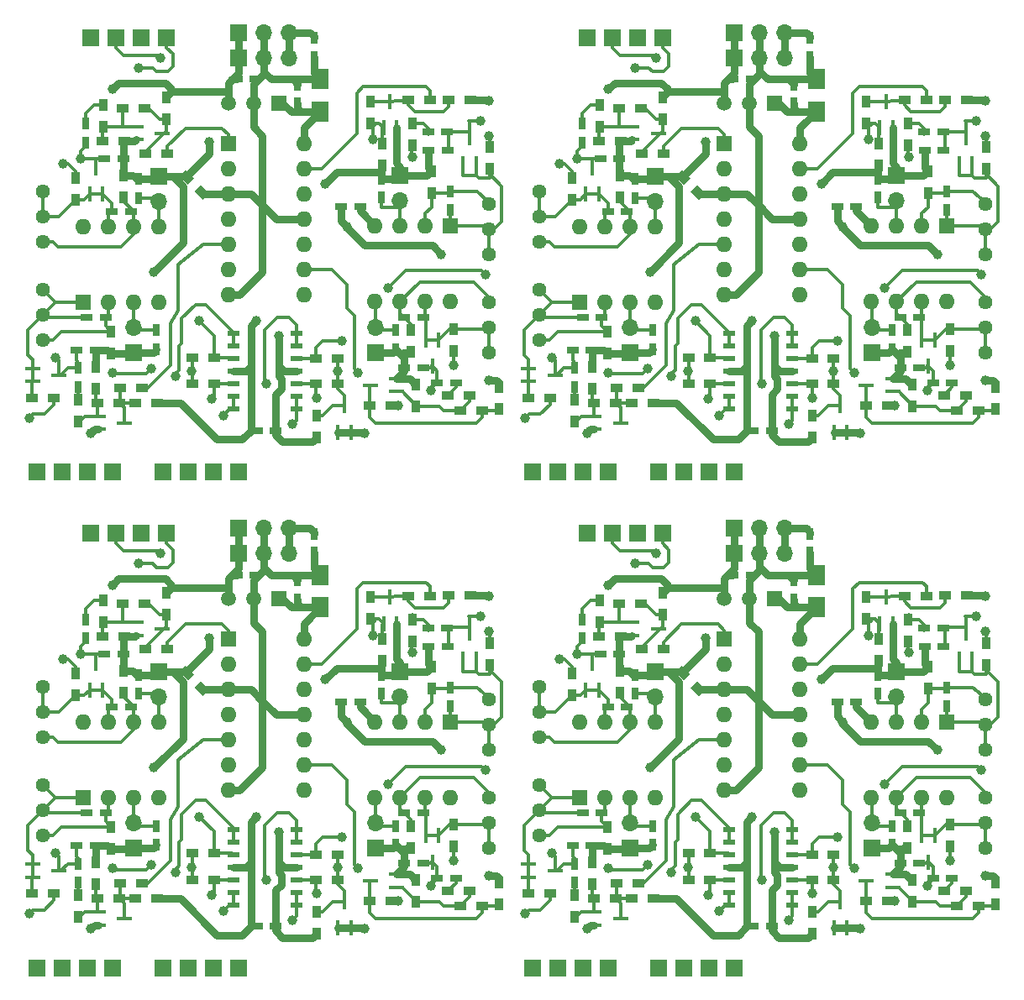
<source format=gbr>
G04 #@! TF.FileFunction,Copper,L1,Top,Signal*
%FSLAX46Y46*%
G04 Gerber Fmt 4.6, Leading zero omitted, Abs format (unit mm)*
G04 Created by KiCad (PCBNEW 4.0.6) date 07/25/17 21:38:10*
%MOMM*%
%LPD*%
G01*
G04 APERTURE LIST*
%ADD10C,0.100000*%
%ADD11R,1.800000X2.150000*%
%ADD12R,0.450000X1.500000*%
%ADD13R,0.900000X1.200000*%
%ADD14R,1.200000X0.900000*%
%ADD15R,1.200000X0.750000*%
%ADD16R,1.700000X1.700000*%
%ADD17O,1.700000X1.700000*%
%ADD18R,1.600000X1.600000*%
%ADD19O,1.600000X1.600000*%
%ADD20R,0.750000X1.200000*%
%ADD21C,1.440000*%
%ADD22R,1.500000X0.450000*%
%ADD23C,1.520000*%
%ADD24R,1.520000X1.520000*%
%ADD25R,1.143000X0.508000*%
%ADD26C,1.000000*%
%ADD27C,0.800000*%
%ADD28C,0.300000*%
G04 APERTURE END LIST*
D10*
D11*
X108340000Y-95357000D03*
X108340000Y-92107000D03*
X58340000Y-95357000D03*
X58340000Y-92107000D03*
X108340000Y-45357000D03*
X108340000Y-42107000D03*
D12*
X114710000Y-97008000D03*
X116010000Y-97008000D03*
X115360000Y-94348000D03*
X64710000Y-97008000D03*
X66010000Y-97008000D03*
X65360000Y-94348000D03*
X114710000Y-47008000D03*
X116010000Y-47008000D03*
X115360000Y-44348000D03*
D13*
X114610000Y-98578000D03*
X114610000Y-100778000D03*
X64610000Y-98578000D03*
X64610000Y-100778000D03*
X114610000Y-48578000D03*
X114610000Y-50778000D03*
X113360000Y-94328000D03*
X113360000Y-96528000D03*
X63360000Y-94328000D03*
X63360000Y-96528000D03*
X113360000Y-44328000D03*
X113360000Y-46528000D03*
X117610000Y-98778000D03*
X117610000Y-96578000D03*
X67610000Y-98778000D03*
X67610000Y-96578000D03*
X117610000Y-48778000D03*
X117610000Y-46578000D03*
D14*
X119392000Y-94212000D03*
X117192000Y-94212000D03*
X69392000Y-94212000D03*
X67192000Y-94212000D03*
X119392000Y-44212000D03*
X117192000Y-44212000D03*
D15*
X121147000Y-99292000D03*
X119247000Y-99292000D03*
X71147000Y-99292000D03*
X69247000Y-99292000D03*
X121147000Y-49292000D03*
X119247000Y-49292000D03*
D16*
X116387000Y-101832000D03*
D17*
X116387000Y-104372000D03*
D16*
X66387000Y-101832000D03*
D17*
X66387000Y-104372000D03*
D16*
X116387000Y-51832000D03*
D17*
X116387000Y-54372000D03*
D18*
X121467000Y-106912000D03*
D19*
X113847000Y-114532000D03*
X118927000Y-106912000D03*
X116387000Y-114532000D03*
X116387000Y-106912000D03*
X118927000Y-114532000D03*
X113847000Y-106912000D03*
X121467000Y-114532000D03*
D18*
X71467000Y-106912000D03*
D19*
X63847000Y-114532000D03*
X68927000Y-106912000D03*
X66387000Y-114532000D03*
X66387000Y-106912000D03*
X68927000Y-114532000D03*
X63847000Y-106912000D03*
X71467000Y-114532000D03*
D18*
X121467000Y-56912000D03*
D19*
X113847000Y-64532000D03*
X118927000Y-56912000D03*
X116387000Y-64532000D03*
X116387000Y-56912000D03*
X118927000Y-64532000D03*
X113847000Y-56912000D03*
X121467000Y-64532000D03*
D13*
X119562000Y-103567000D03*
X119562000Y-101367000D03*
X69562000Y-103567000D03*
X69562000Y-101367000D03*
X119562000Y-53567000D03*
X119562000Y-51367000D03*
D20*
X121467000Y-105322000D03*
X121467000Y-103422000D03*
X71467000Y-105322000D03*
X71467000Y-103422000D03*
X121467000Y-55322000D03*
X121467000Y-53422000D03*
X114482000Y-104052000D03*
X114482000Y-102152000D03*
X64482000Y-104052000D03*
X64482000Y-102152000D03*
X114482000Y-54052000D03*
X114482000Y-52152000D03*
D15*
X110438000Y-104908000D03*
X112338000Y-104908000D03*
X60438000Y-104908000D03*
X62338000Y-104908000D03*
X110438000Y-54908000D03*
X112338000Y-54908000D03*
D21*
X125358000Y-104654000D03*
X125358000Y-107194000D03*
X125358000Y-109734000D03*
X75358000Y-104654000D03*
X75358000Y-107194000D03*
X75358000Y-109734000D03*
X125358000Y-54654000D03*
X125358000Y-57194000D03*
X125358000Y-59734000D03*
D16*
X113928000Y-119640000D03*
D17*
X113928000Y-117100000D03*
D16*
X63928000Y-119640000D03*
D17*
X63928000Y-117100000D03*
D16*
X113928000Y-69640000D03*
D17*
X113928000Y-67100000D03*
D21*
X125358000Y-114560000D03*
X125358000Y-117100000D03*
X125358000Y-119640000D03*
X75358000Y-114560000D03*
X75358000Y-117100000D03*
X75358000Y-119640000D03*
X125358000Y-64560000D03*
X125358000Y-67100000D03*
X125358000Y-69640000D03*
D20*
X115960000Y-117420000D03*
X115960000Y-119320000D03*
X65960000Y-117420000D03*
X65960000Y-119320000D03*
X115960000Y-67420000D03*
X115960000Y-69320000D03*
D12*
X120256000Y-118372000D03*
X118956000Y-118372000D03*
X119606000Y-121032000D03*
X70256000Y-118372000D03*
X68956000Y-118372000D03*
X69606000Y-121032000D03*
X120256000Y-68372000D03*
X118956000Y-68372000D03*
X119606000Y-71032000D03*
D13*
X121802000Y-119470000D03*
X121802000Y-117270000D03*
X71802000Y-119470000D03*
X71802000Y-117270000D03*
X121802000Y-69470000D03*
X121802000Y-67270000D03*
X117484000Y-117397000D03*
X117484000Y-119597000D03*
X67484000Y-117397000D03*
X67484000Y-119597000D03*
X117484000Y-67397000D03*
X117484000Y-69597000D03*
D15*
X118688000Y-121164000D03*
X116788000Y-121164000D03*
X68688000Y-121164000D03*
X66788000Y-121164000D03*
X118688000Y-71164000D03*
X116788000Y-71164000D03*
X118688000Y-116084000D03*
X116788000Y-116084000D03*
X68688000Y-116084000D03*
X66788000Y-116084000D03*
X118688000Y-66084000D03*
X116788000Y-66084000D03*
D13*
X126374000Y-123112000D03*
X126374000Y-125312000D03*
X76374000Y-123112000D03*
X76374000Y-125312000D03*
X126374000Y-73112000D03*
X126374000Y-75312000D03*
D15*
X121990000Y-122688000D03*
X120090000Y-122688000D03*
X71990000Y-122688000D03*
X70090000Y-122688000D03*
X121990000Y-72688000D03*
X120090000Y-72688000D03*
D14*
X123410000Y-123958000D03*
X121210000Y-123958000D03*
X73410000Y-123958000D03*
X71210000Y-123958000D03*
X123410000Y-73958000D03*
X121210000Y-73958000D03*
X124680000Y-125482000D03*
X122480000Y-125482000D03*
X74680000Y-125482000D03*
X72480000Y-125482000D03*
X124680000Y-75482000D03*
X122480000Y-75482000D03*
D13*
X107959000Y-126033000D03*
X107959000Y-128233000D03*
X57959000Y-126033000D03*
X57959000Y-128233000D03*
X107959000Y-76033000D03*
X107959000Y-78233000D03*
D14*
X107875000Y-120275000D03*
X110075000Y-120275000D03*
X57875000Y-120275000D03*
X60075000Y-120275000D03*
X107875000Y-70275000D03*
X110075000Y-70275000D03*
D12*
X110103000Y-127701000D03*
X111403000Y-127701000D03*
X110753000Y-125041000D03*
X60103000Y-127701000D03*
X61403000Y-127701000D03*
X60753000Y-125041000D03*
X110103000Y-77701000D03*
X111403000Y-77701000D03*
X110753000Y-75041000D03*
D14*
X115536000Y-124974000D03*
X113336000Y-124974000D03*
X65536000Y-124974000D03*
X63336000Y-124974000D03*
X115536000Y-74974000D03*
X113336000Y-74974000D03*
X107875000Y-122815000D03*
X110075000Y-122815000D03*
X57875000Y-122815000D03*
X60075000Y-122815000D03*
X107875000Y-72815000D03*
X110075000Y-72815000D03*
D22*
X116020000Y-123592000D03*
X116020000Y-122292000D03*
X113360000Y-122942000D03*
X66020000Y-123592000D03*
X66020000Y-122292000D03*
X63360000Y-122942000D03*
X116020000Y-73592000D03*
X116020000Y-72292000D03*
X113360000Y-72942000D03*
D13*
X117992000Y-125058000D03*
X117992000Y-122858000D03*
X67992000Y-125058000D03*
X67992000Y-122858000D03*
X117992000Y-75058000D03*
X117992000Y-72858000D03*
X125404000Y-98954000D03*
X125404000Y-101154000D03*
X75404000Y-98954000D03*
X75404000Y-101154000D03*
X125404000Y-48954000D03*
X125404000Y-51154000D03*
D12*
X122722000Y-100622000D03*
X124022000Y-100622000D03*
X123372000Y-97962000D03*
X72722000Y-100622000D03*
X74022000Y-100622000D03*
X73372000Y-97962000D03*
X122722000Y-50622000D03*
X124022000Y-50622000D03*
X123372000Y-47962000D03*
D15*
X119201000Y-97415000D03*
X121101000Y-97415000D03*
X69201000Y-97415000D03*
X71101000Y-97415000D03*
X119201000Y-47415000D03*
X121101000Y-47415000D03*
D14*
X123460000Y-94178000D03*
X121260000Y-94178000D03*
X73460000Y-94178000D03*
X71260000Y-94178000D03*
X123460000Y-44178000D03*
X121260000Y-44178000D03*
D18*
X99069000Y-98558000D03*
D19*
X106689000Y-113798000D03*
X99069000Y-101098000D03*
X106689000Y-111258000D03*
X99069000Y-103638000D03*
X106689000Y-108718000D03*
X99069000Y-106178000D03*
X106689000Y-106178000D03*
X99069000Y-108718000D03*
X106689000Y-103638000D03*
X99069000Y-111258000D03*
X106689000Y-101098000D03*
X99069000Y-113798000D03*
X106689000Y-98558000D03*
D18*
X49069000Y-98558000D03*
D19*
X56689000Y-113798000D03*
X49069000Y-101098000D03*
X56689000Y-111258000D03*
X49069000Y-103638000D03*
X56689000Y-108718000D03*
X49069000Y-106178000D03*
X56689000Y-106178000D03*
X49069000Y-108718000D03*
X56689000Y-103638000D03*
X49069000Y-111258000D03*
X56689000Y-101098000D03*
X49069000Y-113798000D03*
X56689000Y-98558000D03*
D18*
X99069000Y-48558000D03*
D19*
X106689000Y-63798000D03*
X99069000Y-51098000D03*
X106689000Y-61258000D03*
X99069000Y-53638000D03*
X106689000Y-58718000D03*
X99069000Y-56178000D03*
X106689000Y-56178000D03*
X99069000Y-58718000D03*
X106689000Y-53638000D03*
X99069000Y-61258000D03*
X106689000Y-51098000D03*
X99069000Y-63798000D03*
X106689000Y-48558000D03*
D10*
G36*
X94119721Y-101865117D02*
X94756117Y-101228721D01*
X95604645Y-102077249D01*
X94968249Y-102713645D01*
X94119721Y-101865117D01*
X94119721Y-101865117D01*
G37*
G36*
X95675355Y-103420751D02*
X96311751Y-102784355D01*
X97160279Y-103632883D01*
X96523883Y-104269279D01*
X95675355Y-103420751D01*
X95675355Y-103420751D01*
G37*
G36*
X44119721Y-101865117D02*
X44756117Y-101228721D01*
X45604645Y-102077249D01*
X44968249Y-102713645D01*
X44119721Y-101865117D01*
X44119721Y-101865117D01*
G37*
G36*
X45675355Y-103420751D02*
X46311751Y-102784355D01*
X47160279Y-103632883D01*
X46523883Y-104269279D01*
X45675355Y-103420751D01*
X45675355Y-103420751D01*
G37*
G36*
X94119721Y-51865117D02*
X94756117Y-51228721D01*
X95604645Y-52077249D01*
X94968249Y-52713645D01*
X94119721Y-51865117D01*
X94119721Y-51865117D01*
G37*
G36*
X95675355Y-53420751D02*
X96311751Y-52784355D01*
X97160279Y-53632883D01*
X96523883Y-54269279D01*
X95675355Y-53420751D01*
X95675355Y-53420751D01*
G37*
D16*
X92084000Y-101860000D03*
D17*
X92084000Y-104400000D03*
D16*
X42084000Y-101860000D03*
D17*
X42084000Y-104400000D03*
D16*
X92084000Y-51860000D03*
D17*
X92084000Y-54400000D03*
D13*
X88528000Y-103976000D03*
X88528000Y-101776000D03*
X38528000Y-103976000D03*
X38528000Y-101776000D03*
X88528000Y-53976000D03*
X88528000Y-51776000D03*
D20*
X90052000Y-104080000D03*
X90052000Y-102180000D03*
X40052000Y-104080000D03*
X40052000Y-102180000D03*
X90052000Y-54080000D03*
X90052000Y-52180000D03*
D15*
X87324000Y-105416000D03*
X89224000Y-105416000D03*
X37324000Y-105416000D03*
X39224000Y-105416000D03*
X87324000Y-55416000D03*
X89224000Y-55416000D03*
D12*
X85084000Y-103698000D03*
X86384000Y-103698000D03*
X85734000Y-101038000D03*
X35084000Y-103698000D03*
X36384000Y-103698000D03*
X35734000Y-101038000D03*
X85084000Y-53698000D03*
X86384000Y-53698000D03*
X85734000Y-51038000D03*
D18*
X84464000Y-114560000D03*
D19*
X92084000Y-106940000D03*
X87004000Y-114560000D03*
X89544000Y-106940000D03*
X89544000Y-114560000D03*
X87004000Y-106940000D03*
X92084000Y-114560000D03*
X84464000Y-106940000D03*
D18*
X34464000Y-114560000D03*
D19*
X42084000Y-106940000D03*
X37004000Y-114560000D03*
X39544000Y-106940000D03*
X39544000Y-114560000D03*
X37004000Y-106940000D03*
X42084000Y-114560000D03*
X34464000Y-106940000D03*
D18*
X84464000Y-64560000D03*
D19*
X92084000Y-56940000D03*
X87004000Y-64560000D03*
X89544000Y-56940000D03*
X89544000Y-64560000D03*
X87004000Y-56940000D03*
X92084000Y-64560000D03*
X84464000Y-56940000D03*
D13*
X83702000Y-102030000D03*
X83702000Y-104230000D03*
X33702000Y-102030000D03*
X33702000Y-104230000D03*
X83702000Y-52030000D03*
X83702000Y-54230000D03*
D21*
X80400000Y-108464000D03*
X80400000Y-105924000D03*
X80400000Y-103384000D03*
X30400000Y-108464000D03*
X30400000Y-105924000D03*
X30400000Y-103384000D03*
X80400000Y-58464000D03*
X80400000Y-55924000D03*
X80400000Y-53384000D03*
D16*
X85226000Y-87890000D03*
X35226000Y-87890000D03*
X85226000Y-37890000D03*
X90306000Y-87890000D03*
X40306000Y-87890000D03*
X90306000Y-37890000D03*
X92846000Y-87890000D03*
X42846000Y-87890000D03*
X92846000Y-37890000D03*
X87766000Y-87890000D03*
X37766000Y-87890000D03*
X87766000Y-37890000D03*
D14*
X90644000Y-95002000D03*
X88444000Y-95002000D03*
X40644000Y-95002000D03*
X38444000Y-95002000D03*
X90644000Y-45002000D03*
X88444000Y-45002000D03*
D13*
X86496000Y-96864000D03*
X86496000Y-94664000D03*
X36496000Y-96864000D03*
X36496000Y-94664000D03*
X86496000Y-46864000D03*
X86496000Y-44664000D03*
D20*
X84718000Y-96592000D03*
X84718000Y-98492000D03*
X34718000Y-96592000D03*
X34718000Y-98492000D03*
X84718000Y-46592000D03*
X84718000Y-48492000D03*
D22*
X89738000Y-96892000D03*
X89738000Y-98192000D03*
X92398000Y-97542000D03*
X39738000Y-96892000D03*
X39738000Y-98192000D03*
X42398000Y-97542000D03*
X89738000Y-46892000D03*
X89738000Y-48192000D03*
X92398000Y-47542000D03*
D13*
X92846000Y-93902000D03*
X92846000Y-96102000D03*
X42846000Y-93902000D03*
X42846000Y-96102000D03*
X92846000Y-43902000D03*
X92846000Y-46102000D03*
D14*
X92930000Y-99574000D03*
X90730000Y-99574000D03*
X42930000Y-99574000D03*
X40730000Y-99574000D03*
X92930000Y-49574000D03*
X90730000Y-49574000D03*
D15*
X86562000Y-100082000D03*
X88462000Y-100082000D03*
X36562000Y-100082000D03*
X38462000Y-100082000D03*
X86562000Y-50082000D03*
X88462000Y-50082000D03*
D14*
X86412000Y-98304000D03*
X88612000Y-98304000D03*
X36412000Y-98304000D03*
X38612000Y-98304000D03*
X86412000Y-48304000D03*
X88612000Y-48304000D03*
D23*
X101609000Y-94494000D03*
X99069000Y-94494000D03*
D24*
X104149000Y-94494000D03*
D23*
X51609000Y-94494000D03*
X49069000Y-94494000D03*
D24*
X54149000Y-94494000D03*
D23*
X101609000Y-44494000D03*
X99069000Y-44494000D03*
D24*
X104149000Y-44494000D03*
D20*
X106054000Y-94555000D03*
X106054000Y-92655000D03*
X56054000Y-94555000D03*
X56054000Y-92655000D03*
X106054000Y-44555000D03*
X106054000Y-42655000D03*
D16*
X100085000Y-89922000D03*
D17*
X102625000Y-89922000D03*
X105165000Y-89922000D03*
D16*
X50085000Y-89922000D03*
D17*
X52625000Y-89922000D03*
X55165000Y-89922000D03*
D16*
X100085000Y-39922000D03*
D17*
X102625000Y-39922000D03*
X105165000Y-39922000D03*
D16*
X100085000Y-87382000D03*
D17*
X102625000Y-87382000D03*
X105165000Y-87382000D03*
D16*
X50085000Y-87382000D03*
D17*
X52625000Y-87382000D03*
X55165000Y-87382000D03*
D16*
X100085000Y-37382000D03*
D17*
X102625000Y-37382000D03*
X105165000Y-37382000D03*
D20*
X107705000Y-89856000D03*
X107705000Y-87956000D03*
X57705000Y-89856000D03*
X57705000Y-87956000D03*
X107705000Y-39856000D03*
X107705000Y-37956000D03*
D15*
X99897000Y-92081000D03*
X101797000Y-92081000D03*
X49897000Y-92081000D03*
X51797000Y-92081000D03*
X99897000Y-42081000D03*
X101797000Y-42081000D03*
D16*
X95005000Y-131705000D03*
X45005000Y-131705000D03*
X95005000Y-81705000D03*
X97545000Y-131705000D03*
X47545000Y-131705000D03*
X97545000Y-81705000D03*
D14*
X97629000Y-122815000D03*
X95429000Y-122815000D03*
X47629000Y-122815000D03*
X45429000Y-122815000D03*
X97629000Y-72815000D03*
X95429000Y-72815000D03*
D15*
X101929000Y-127514000D03*
X103829000Y-127514000D03*
X51929000Y-127514000D03*
X53829000Y-127514000D03*
X101929000Y-77514000D03*
X103829000Y-77514000D03*
D16*
X100085000Y-131705000D03*
X50085000Y-131705000D03*
X100085000Y-81705000D03*
D14*
X97629000Y-120148000D03*
X95429000Y-120148000D03*
X47629000Y-120148000D03*
X45429000Y-120148000D03*
X97629000Y-70148000D03*
X95429000Y-70148000D03*
D25*
X99577000Y-117735000D03*
X99577000Y-119005000D03*
X99577000Y-120275000D03*
X99577000Y-121545000D03*
X99577000Y-122815000D03*
X99577000Y-124085000D03*
X99577000Y-125355000D03*
X105927000Y-125355000D03*
X105927000Y-124085000D03*
X105927000Y-121545000D03*
X105927000Y-120275000D03*
X105927000Y-119005000D03*
X105927000Y-117735000D03*
X105927000Y-122815000D03*
X49577000Y-117735000D03*
X49577000Y-119005000D03*
X49577000Y-120275000D03*
X49577000Y-121545000D03*
X49577000Y-122815000D03*
X49577000Y-124085000D03*
X49577000Y-125355000D03*
X55927000Y-125355000D03*
X55927000Y-124085000D03*
X55927000Y-121545000D03*
X55927000Y-120275000D03*
X55927000Y-119005000D03*
X55927000Y-117735000D03*
X55927000Y-122815000D03*
X99577000Y-67735000D03*
X99577000Y-69005000D03*
X99577000Y-70275000D03*
X99577000Y-71545000D03*
X99577000Y-72815000D03*
X99577000Y-74085000D03*
X99577000Y-75355000D03*
X105927000Y-75355000D03*
X105927000Y-74085000D03*
X105927000Y-71545000D03*
X105927000Y-70275000D03*
X105927000Y-69005000D03*
X105927000Y-67735000D03*
X105927000Y-72815000D03*
D16*
X79765000Y-131705000D03*
X29765000Y-131705000D03*
X79765000Y-81705000D03*
D13*
X83956000Y-126582000D03*
X83956000Y-124382000D03*
X33956000Y-126582000D03*
X33956000Y-124382000D03*
X83956000Y-76582000D03*
X83956000Y-74382000D03*
D14*
X81500000Y-124212000D03*
X79300000Y-124212000D03*
X31500000Y-124212000D03*
X29300000Y-124212000D03*
X81500000Y-74212000D03*
X79300000Y-74212000D03*
X88104000Y-124720000D03*
X85904000Y-124720000D03*
X38104000Y-124720000D03*
X35904000Y-124720000D03*
X88104000Y-74720000D03*
X85904000Y-74720000D03*
D16*
X82305000Y-131705000D03*
X32305000Y-131705000D03*
X82305000Y-81705000D03*
X84845000Y-131705000D03*
X34845000Y-131705000D03*
X84845000Y-81705000D03*
D22*
X79324000Y-121276000D03*
X79324000Y-122576000D03*
X81984000Y-121926000D03*
X29324000Y-121276000D03*
X29324000Y-122576000D03*
X31984000Y-121926000D03*
X79324000Y-71276000D03*
X79324000Y-72576000D03*
X81984000Y-71926000D03*
D16*
X92465000Y-131705000D03*
X42465000Y-131705000D03*
X92465000Y-81705000D03*
D14*
X90390000Y-123196000D03*
X88190000Y-123196000D03*
X40390000Y-123196000D03*
X38190000Y-123196000D03*
X90390000Y-73196000D03*
X88190000Y-73196000D03*
D16*
X87385000Y-131705000D03*
X37385000Y-131705000D03*
X87385000Y-81705000D03*
D22*
X85928000Y-126102000D03*
X85928000Y-127402000D03*
X88588000Y-126752000D03*
X35928000Y-126102000D03*
X35928000Y-127402000D03*
X38588000Y-126752000D03*
X85928000Y-76102000D03*
X85928000Y-77402000D03*
X88588000Y-76752000D03*
D14*
X91914000Y-124720000D03*
X89714000Y-124720000D03*
X41914000Y-124720000D03*
X39714000Y-124720000D03*
X91914000Y-74720000D03*
X89714000Y-74720000D03*
D16*
X89544000Y-119640000D03*
D17*
X89544000Y-117100000D03*
D16*
X39544000Y-119640000D03*
D17*
X39544000Y-117100000D03*
D16*
X89544000Y-69640000D03*
D17*
X89544000Y-67100000D03*
D20*
X91830000Y-117420000D03*
X91830000Y-119320000D03*
X41830000Y-117420000D03*
X41830000Y-119320000D03*
X91830000Y-67420000D03*
X91830000Y-69320000D03*
D21*
X80400000Y-118370000D03*
X80400000Y-115830000D03*
X80400000Y-113290000D03*
X30400000Y-118370000D03*
X30400000Y-115830000D03*
X30400000Y-113290000D03*
X80400000Y-68370000D03*
X80400000Y-65830000D03*
X80400000Y-63290000D03*
D13*
X85734000Y-123280000D03*
X85734000Y-121080000D03*
X35734000Y-123280000D03*
X35734000Y-121080000D03*
X85734000Y-73280000D03*
X85734000Y-71080000D03*
X87258000Y-117524000D03*
X87258000Y-119724000D03*
X37258000Y-117524000D03*
X37258000Y-119724000D03*
X87258000Y-67524000D03*
X87258000Y-69724000D03*
D15*
X83768000Y-119386000D03*
X85668000Y-119386000D03*
X33768000Y-119386000D03*
X35668000Y-119386000D03*
X83768000Y-69386000D03*
X85668000Y-69386000D03*
X84784000Y-116084000D03*
X86684000Y-116084000D03*
X34784000Y-116084000D03*
X36684000Y-116084000D03*
X84784000Y-66084000D03*
X86684000Y-66084000D03*
D20*
X83956000Y-123130000D03*
X83956000Y-121230000D03*
X33956000Y-123130000D03*
X33956000Y-121230000D03*
X83956000Y-73130000D03*
X83956000Y-71230000D03*
D13*
X67992000Y-75058000D03*
X67992000Y-72858000D03*
D25*
X49577000Y-67735000D03*
X49577000Y-69005000D03*
X49577000Y-70275000D03*
X49577000Y-71545000D03*
X49577000Y-72815000D03*
X49577000Y-74085000D03*
X49577000Y-75355000D03*
X55927000Y-75355000D03*
X55927000Y-74085000D03*
X55927000Y-71545000D03*
X55927000Y-70275000D03*
X55927000Y-69005000D03*
X55927000Y-67735000D03*
X55927000Y-72815000D03*
D20*
X41830000Y-67420000D03*
X41830000Y-69320000D03*
X40052000Y-54080000D03*
X40052000Y-52180000D03*
D15*
X60438000Y-54908000D03*
X62338000Y-54908000D03*
X34784000Y-66084000D03*
X36684000Y-66084000D03*
X37324000Y-55416000D03*
X39224000Y-55416000D03*
X51929000Y-77514000D03*
X53829000Y-77514000D03*
X49897000Y-42081000D03*
X51797000Y-42081000D03*
D20*
X57705000Y-39856000D03*
X57705000Y-37956000D03*
D15*
X33768000Y-69386000D03*
X35668000Y-69386000D03*
X36562000Y-50082000D03*
X38462000Y-50082000D03*
D20*
X33956000Y-73130000D03*
X33956000Y-71230000D03*
X34718000Y-46592000D03*
X34718000Y-48492000D03*
X56054000Y-44555000D03*
X56054000Y-42655000D03*
X64482000Y-54052000D03*
X64482000Y-52152000D03*
X65960000Y-67420000D03*
X65960000Y-69320000D03*
X71467000Y-55322000D03*
X71467000Y-53422000D03*
D15*
X68688000Y-66084000D03*
X66788000Y-66084000D03*
X71147000Y-49292000D03*
X69247000Y-49292000D03*
X68688000Y-71164000D03*
X66788000Y-71164000D03*
X69201000Y-47415000D03*
X71101000Y-47415000D03*
X71990000Y-72688000D03*
X70090000Y-72688000D03*
D13*
X37258000Y-67524000D03*
X37258000Y-69724000D03*
X38528000Y-53976000D03*
X38528000Y-51776000D03*
D14*
X31500000Y-74212000D03*
X29300000Y-74212000D03*
D13*
X33702000Y-52030000D03*
X33702000Y-54230000D03*
D14*
X47629000Y-72815000D03*
X45429000Y-72815000D03*
X47629000Y-70148000D03*
X45429000Y-70148000D03*
D10*
G36*
X44119721Y-51865117D02*
X44756117Y-51228721D01*
X45604645Y-52077249D01*
X44968249Y-52713645D01*
X44119721Y-51865117D01*
X44119721Y-51865117D01*
G37*
G36*
X45675355Y-53420751D02*
X46311751Y-52784355D01*
X47160279Y-53632883D01*
X46523883Y-54269279D01*
X45675355Y-53420751D01*
X45675355Y-53420751D01*
G37*
D13*
X33956000Y-76582000D03*
X33956000Y-74382000D03*
X36496000Y-46864000D03*
X36496000Y-44664000D03*
D14*
X38104000Y-74720000D03*
X35904000Y-74720000D03*
D13*
X35734000Y-73280000D03*
X35734000Y-71080000D03*
D14*
X40644000Y-45002000D03*
X38444000Y-45002000D03*
X36412000Y-48304000D03*
X38612000Y-48304000D03*
X41914000Y-74720000D03*
X39714000Y-74720000D03*
D13*
X42846000Y-43902000D03*
X42846000Y-46102000D03*
D14*
X40390000Y-73196000D03*
X38190000Y-73196000D03*
X42930000Y-49574000D03*
X40730000Y-49574000D03*
D13*
X69562000Y-53567000D03*
X69562000Y-51367000D03*
X67484000Y-67397000D03*
X67484000Y-69597000D03*
X75404000Y-48954000D03*
X75404000Y-51154000D03*
X71802000Y-69470000D03*
X71802000Y-67270000D03*
D14*
X57875000Y-70275000D03*
X60075000Y-70275000D03*
X57875000Y-72815000D03*
X60075000Y-72815000D03*
D13*
X67610000Y-48778000D03*
X67610000Y-46578000D03*
D14*
X73410000Y-73958000D03*
X71210000Y-73958000D03*
D13*
X63360000Y-44328000D03*
X63360000Y-46528000D03*
X64610000Y-48578000D03*
X64610000Y-50778000D03*
D14*
X74680000Y-75482000D03*
X72480000Y-75482000D03*
X73460000Y-44178000D03*
X71260000Y-44178000D03*
D13*
X76374000Y-73112000D03*
X76374000Y-75312000D03*
D14*
X69392000Y-44212000D03*
X67192000Y-44212000D03*
X65536000Y-74974000D03*
X63336000Y-74974000D03*
D22*
X29324000Y-71276000D03*
X29324000Y-72576000D03*
X31984000Y-71926000D03*
D12*
X35084000Y-53698000D03*
X36384000Y-53698000D03*
X35734000Y-51038000D03*
D16*
X50085000Y-39922000D03*
D17*
X52625000Y-39922000D03*
X55165000Y-39922000D03*
D16*
X50085000Y-37382000D03*
D17*
X52625000Y-37382000D03*
X55165000Y-37382000D03*
D22*
X66020000Y-73592000D03*
X66020000Y-72292000D03*
X63360000Y-72942000D03*
D12*
X64710000Y-47008000D03*
X66010000Y-47008000D03*
X65360000Y-44348000D03*
X70256000Y-68372000D03*
X68956000Y-68372000D03*
X69606000Y-71032000D03*
X72722000Y-50622000D03*
X74022000Y-50622000D03*
X73372000Y-47962000D03*
D22*
X39738000Y-46892000D03*
X39738000Y-48192000D03*
X42398000Y-47542000D03*
X35928000Y-76102000D03*
X35928000Y-77402000D03*
X38588000Y-76752000D03*
D18*
X71467000Y-56912000D03*
D19*
X63847000Y-64532000D03*
X68927000Y-56912000D03*
X66387000Y-64532000D03*
X66387000Y-56912000D03*
X68927000Y-64532000D03*
X63847000Y-56912000D03*
X71467000Y-64532000D03*
D18*
X34464000Y-64560000D03*
D19*
X42084000Y-56940000D03*
X37004000Y-64560000D03*
X39544000Y-56940000D03*
X39544000Y-64560000D03*
X37004000Y-56940000D03*
X42084000Y-64560000D03*
X34464000Y-56940000D03*
D21*
X75358000Y-64560000D03*
X75358000Y-67100000D03*
X75358000Y-69640000D03*
X75358000Y-54654000D03*
X75358000Y-57194000D03*
X75358000Y-59734000D03*
X30400000Y-58464000D03*
X30400000Y-55924000D03*
X30400000Y-53384000D03*
X30400000Y-68370000D03*
X30400000Y-65830000D03*
X30400000Y-63290000D03*
D16*
X63928000Y-69640000D03*
D17*
X63928000Y-67100000D03*
D16*
X66387000Y-51832000D03*
D17*
X66387000Y-54372000D03*
D16*
X42084000Y-51860000D03*
D17*
X42084000Y-54400000D03*
D16*
X39544000Y-69640000D03*
D17*
X39544000Y-67100000D03*
D16*
X42846000Y-37890000D03*
X40306000Y-37890000D03*
X50085000Y-81705000D03*
X47545000Y-81705000D03*
X37385000Y-81705000D03*
X34845000Y-81705000D03*
X37766000Y-37890000D03*
X35226000Y-37890000D03*
X45005000Y-81705000D03*
X42465000Y-81705000D03*
X32305000Y-81705000D03*
X29765000Y-81705000D03*
D11*
X58340000Y-45357000D03*
X58340000Y-42107000D03*
D18*
X49069000Y-48558000D03*
D19*
X56689000Y-63798000D03*
X49069000Y-51098000D03*
X56689000Y-61258000D03*
X49069000Y-53638000D03*
X56689000Y-58718000D03*
X49069000Y-56178000D03*
X56689000Y-56178000D03*
X49069000Y-58718000D03*
X56689000Y-53638000D03*
X49069000Y-61258000D03*
X56689000Y-51098000D03*
X49069000Y-63798000D03*
X56689000Y-48558000D03*
D23*
X51609000Y-44494000D03*
X49069000Y-44494000D03*
D24*
X54149000Y-44494000D03*
D12*
X60103000Y-77701000D03*
X61403000Y-77701000D03*
X60753000Y-75041000D03*
D13*
X57959000Y-76033000D03*
X57959000Y-78233000D03*
D26*
X125358000Y-122434000D03*
X75358000Y-122434000D03*
X125358000Y-72434000D03*
X101863000Y-116465000D03*
X51863000Y-116465000D03*
X101863000Y-66465000D03*
X111007000Y-106940000D03*
X61007000Y-106940000D03*
X111007000Y-56940000D03*
X120532000Y-109734000D03*
X70532000Y-109734000D03*
X120532000Y-59734000D03*
X125358000Y-94240000D03*
X75358000Y-94240000D03*
X125358000Y-44240000D03*
X87385000Y-93097000D03*
X37385000Y-93097000D03*
X87385000Y-43097000D03*
X37385000Y-43097000D03*
X70532000Y-59734000D03*
X51863000Y-66465000D03*
X61007000Y-56940000D03*
X75358000Y-44240000D03*
X75358000Y-72434000D03*
X85226000Y-127768000D03*
X35226000Y-127768000D03*
X85226000Y-77768000D03*
X112785000Y-127768000D03*
X62785000Y-127768000D03*
X112785000Y-77768000D03*
X91576000Y-111512000D03*
X41576000Y-111512000D03*
X91576000Y-61512000D03*
X108848000Y-102622000D03*
X58848000Y-102622000D03*
X108848000Y-52622000D03*
X97164000Y-98431000D03*
X47164000Y-98431000D03*
X97164000Y-48431000D03*
X62785000Y-77768000D03*
X58848000Y-52622000D03*
X47164000Y-48431000D03*
X41576000Y-61512000D03*
X35226000Y-77768000D03*
X81670000Y-120148000D03*
X31670000Y-120148000D03*
X81670000Y-70148000D03*
X87385000Y-121672000D03*
X37385000Y-121672000D03*
X87385000Y-71672000D03*
X97418000Y-124339000D03*
X47418000Y-124339000D03*
X97418000Y-74339000D03*
X91322000Y-121291000D03*
X41322000Y-121291000D03*
X91322000Y-71291000D03*
X31670000Y-70148000D03*
X47418000Y-74339000D03*
X41322000Y-71291000D03*
X37385000Y-71672000D03*
X96148000Y-116465000D03*
X46148000Y-116465000D03*
X96148000Y-66465000D03*
X84210000Y-100082000D03*
X34210000Y-100082000D03*
X84210000Y-50082000D03*
X34210000Y-50082000D03*
X46148000Y-66465000D03*
X124977000Y-111766000D03*
X74977000Y-111766000D03*
X124977000Y-61766000D03*
X110499000Y-118497000D03*
X60499000Y-118497000D03*
X110499000Y-68497000D03*
X115198000Y-113163000D03*
X65198000Y-113163000D03*
X115198000Y-63163000D03*
X124469000Y-96272000D03*
X74469000Y-96272000D03*
X124469000Y-46272000D03*
X74469000Y-46272000D03*
X74977000Y-61766000D03*
X65198000Y-63163000D03*
X60499000Y-68497000D03*
X119516000Y-123450000D03*
X69516000Y-123450000D03*
X119516000Y-73450000D03*
X107959000Y-124212000D03*
X57959000Y-124212000D03*
X107959000Y-74212000D03*
X57959000Y-74212000D03*
X69516000Y-73450000D03*
X79003000Y-126244000D03*
X29003000Y-126244000D03*
X79003000Y-76244000D03*
X29003000Y-76244000D03*
X82432000Y-100590000D03*
X32432000Y-100590000D03*
X82432000Y-50590000D03*
X32432000Y-50590000D03*
X98561000Y-125990000D03*
X48561000Y-125990000D03*
X98561000Y-75990000D03*
X48561000Y-75990000D03*
X93735000Y-122053000D03*
X43735000Y-122053000D03*
X93735000Y-72053000D03*
X43735000Y-72053000D03*
X92211000Y-89922000D03*
X42211000Y-89922000D03*
X92211000Y-39922000D03*
X42211000Y-39922000D03*
X125358000Y-97796000D03*
X75358000Y-97796000D03*
X125358000Y-47796000D03*
X75358000Y-47796000D03*
X121802000Y-120910000D03*
X71802000Y-120910000D03*
X121802000Y-70910000D03*
X71802000Y-70910000D03*
X102879000Y-122815000D03*
X52879000Y-122815000D03*
X102879000Y-72815000D03*
X52879000Y-72815000D03*
X105546000Y-126879000D03*
X55546000Y-126879000D03*
X105546000Y-76879000D03*
X55546000Y-76879000D03*
X90052000Y-90938000D03*
X40052000Y-90938000D03*
X90052000Y-40938000D03*
X40052000Y-40938000D03*
X110075000Y-121545000D03*
X60075000Y-121545000D03*
X110075000Y-71545000D03*
X95386000Y-121545000D03*
X45386000Y-121545000D03*
X95386000Y-71545000D03*
X60075000Y-71545000D03*
X45386000Y-71545000D03*
X117657000Y-99927000D03*
X67657000Y-99927000D03*
X117657000Y-49927000D03*
X113610000Y-98178000D03*
X63610000Y-98178000D03*
X113610000Y-48178000D03*
X63610000Y-48178000D03*
X67657000Y-49927000D03*
X112150000Y-121672000D03*
X62150000Y-121672000D03*
X112150000Y-71672000D03*
X116214000Y-124974000D03*
X66214000Y-124974000D03*
X116214000Y-74974000D03*
X66214000Y-74974000D03*
X62150000Y-71672000D03*
X104149000Y-117989000D03*
X54149000Y-117989000D03*
X104149000Y-67989000D03*
X54149000Y-67989000D03*
D27*
X101355000Y-116973000D02*
X101355000Y-121037000D01*
X51355000Y-116973000D02*
X51355000Y-121037000D01*
X101355000Y-66973000D02*
X101355000Y-71037000D01*
X101863000Y-116465000D02*
X101355000Y-116973000D01*
X51863000Y-116465000D02*
X51355000Y-116973000D01*
X101863000Y-66465000D02*
X101355000Y-66973000D01*
X101355000Y-127514000D02*
X101355000Y-121037000D01*
X51355000Y-127514000D02*
X51355000Y-121037000D01*
X101355000Y-77514000D02*
X101355000Y-71037000D01*
X126120000Y-122434000D02*
X125358000Y-122434000D01*
X76120000Y-122434000D02*
X75358000Y-122434000D01*
X126120000Y-72434000D02*
X125358000Y-72434000D01*
X126374000Y-122688000D02*
X126120000Y-122434000D01*
X76374000Y-122688000D02*
X76120000Y-122434000D01*
X126374000Y-72688000D02*
X126120000Y-72434000D01*
X126374000Y-123112000D02*
X126374000Y-122688000D01*
X76374000Y-123112000D02*
X76374000Y-122688000D01*
X126374000Y-73112000D02*
X126374000Y-72688000D01*
X125296000Y-94178000D02*
X125358000Y-94240000D01*
X75296000Y-94178000D02*
X75358000Y-94240000D01*
X125296000Y-44178000D02*
X125358000Y-44240000D01*
X123460000Y-94178000D02*
X125296000Y-94178000D01*
X73460000Y-94178000D02*
X75296000Y-94178000D01*
X123460000Y-44178000D02*
X125296000Y-44178000D01*
X111007000Y-106940000D02*
X111007000Y-107067000D01*
X61007000Y-106940000D02*
X61007000Y-107067000D01*
X111007000Y-56940000D02*
X111007000Y-57067000D01*
X111007000Y-107067000D02*
X112785000Y-108845000D01*
X61007000Y-107067000D02*
X62785000Y-108845000D01*
X111007000Y-57067000D02*
X112785000Y-58845000D01*
X110438000Y-106371000D02*
X111007000Y-106940000D01*
X60438000Y-106371000D02*
X61007000Y-106940000D01*
X110438000Y-56371000D02*
X111007000Y-56940000D01*
X110438000Y-104908000D02*
X110438000Y-106371000D01*
X60438000Y-104908000D02*
X60438000Y-106371000D01*
X110438000Y-54908000D02*
X110438000Y-56371000D01*
X112785000Y-108845000D02*
X119643000Y-108845000D01*
X62785000Y-108845000D02*
X69643000Y-108845000D01*
X112785000Y-58845000D02*
X119643000Y-58845000D01*
X119643000Y-108845000D02*
X120532000Y-109734000D01*
X69643000Y-108845000D02*
X70532000Y-109734000D01*
X119643000Y-58845000D02*
X120532000Y-59734000D01*
X91914000Y-124720000D02*
X94243000Y-124720000D01*
X41914000Y-124720000D02*
X44243000Y-124720000D01*
X91914000Y-74720000D02*
X94243000Y-74720000D01*
X87385000Y-93097000D02*
X88020000Y-92462000D01*
X37385000Y-93097000D02*
X38020000Y-92462000D01*
X87385000Y-43097000D02*
X88020000Y-42462000D01*
X88020000Y-92462000D02*
X92719000Y-92462000D01*
X38020000Y-92462000D02*
X42719000Y-92462000D01*
X88020000Y-42462000D02*
X92719000Y-42462000D01*
X92846000Y-93902000D02*
X92846000Y-93859000D01*
X42846000Y-93902000D02*
X42846000Y-93859000D01*
X92846000Y-43902000D02*
X92846000Y-43859000D01*
X92719000Y-92462000D02*
X93354000Y-93097000D01*
X42719000Y-92462000D02*
X43354000Y-93097000D01*
X92719000Y-42462000D02*
X93354000Y-43097000D01*
X93354000Y-93351000D02*
X93354000Y-93097000D01*
X43354000Y-93351000D02*
X43354000Y-93097000D01*
X93354000Y-43351000D02*
X93354000Y-43097000D01*
X92846000Y-93859000D02*
X93354000Y-93351000D01*
X42846000Y-93859000D02*
X43354000Y-93351000D01*
X92846000Y-43859000D02*
X93354000Y-43351000D01*
X99069000Y-92462000D02*
X100085000Y-91446000D01*
X49069000Y-92462000D02*
X50085000Y-91446000D01*
X99069000Y-42462000D02*
X100085000Y-41446000D01*
X99069000Y-94494000D02*
X99069000Y-93351000D01*
X49069000Y-94494000D02*
X49069000Y-93351000D01*
X99069000Y-44494000D02*
X99069000Y-43351000D01*
X99069000Y-93351000D02*
X99069000Y-92462000D01*
X49069000Y-93351000D02*
X49069000Y-92462000D01*
X99069000Y-43351000D02*
X99069000Y-42462000D01*
X99450000Y-92081000D02*
X99069000Y-92462000D01*
X49450000Y-92081000D02*
X49069000Y-92462000D01*
X99450000Y-42081000D02*
X99069000Y-42462000D01*
X100085000Y-87382000D02*
X100085000Y-89922000D01*
X50085000Y-87382000D02*
X50085000Y-89922000D01*
X100085000Y-37382000D02*
X100085000Y-39922000D01*
X100085000Y-91446000D02*
X100085000Y-89922000D01*
X50085000Y-91446000D02*
X50085000Y-89922000D01*
X100085000Y-41446000D02*
X100085000Y-39922000D01*
X99897000Y-92081000D02*
X99450000Y-92081000D01*
X49897000Y-92081000D02*
X49450000Y-92081000D01*
X99897000Y-42081000D02*
X99450000Y-42081000D01*
X97926000Y-128403000D02*
X100466000Y-128403000D01*
X47926000Y-128403000D02*
X50466000Y-128403000D01*
X97926000Y-78403000D02*
X100466000Y-78403000D01*
X94243000Y-124720000D02*
X97926000Y-128403000D01*
X44243000Y-124720000D02*
X47926000Y-128403000D01*
X94243000Y-74720000D02*
X97926000Y-78403000D01*
X100466000Y-128403000D02*
X101355000Y-127514000D01*
X50466000Y-128403000D02*
X51355000Y-127514000D01*
X100466000Y-78403000D02*
X101355000Y-77514000D01*
X101355000Y-121037000D02*
X100847000Y-121545000D01*
X51355000Y-121037000D02*
X50847000Y-121545000D01*
X101355000Y-71037000D02*
X100847000Y-71545000D01*
X100847000Y-121545000D02*
X99577000Y-121545000D01*
X50847000Y-121545000D02*
X49577000Y-121545000D01*
X100847000Y-71545000D02*
X99577000Y-71545000D01*
X93354000Y-93351000D02*
X99069000Y-93351000D01*
X43354000Y-93351000D02*
X49069000Y-93351000D01*
X93354000Y-43351000D02*
X99069000Y-43351000D01*
X42719000Y-42462000D02*
X43354000Y-43097000D01*
X43354000Y-43351000D02*
X43354000Y-43097000D01*
X38020000Y-42462000D02*
X42719000Y-42462000D01*
X37385000Y-43097000D02*
X38020000Y-42462000D01*
X61007000Y-56940000D02*
X61007000Y-57067000D01*
X69643000Y-58845000D02*
X70532000Y-59734000D01*
X62785000Y-58845000D02*
X69643000Y-58845000D01*
X61007000Y-57067000D02*
X62785000Y-58845000D01*
X60438000Y-54908000D02*
X60438000Y-56371000D01*
X60438000Y-56371000D02*
X61007000Y-56940000D01*
X41914000Y-74720000D02*
X44243000Y-74720000D01*
X51355000Y-77514000D02*
X51355000Y-71037000D01*
X50466000Y-78403000D02*
X51355000Y-77514000D01*
X47926000Y-78403000D02*
X50466000Y-78403000D01*
X44243000Y-74720000D02*
X47926000Y-78403000D01*
X50847000Y-71545000D02*
X49577000Y-71545000D01*
X51355000Y-71037000D02*
X50847000Y-71545000D01*
X51355000Y-66973000D02*
X51355000Y-71037000D01*
X51863000Y-66465000D02*
X51355000Y-66973000D01*
X42846000Y-43902000D02*
X42846000Y-43859000D01*
X42846000Y-43859000D02*
X43354000Y-43351000D01*
X43354000Y-43351000D02*
X49069000Y-43351000D01*
X49897000Y-42081000D02*
X49450000Y-42081000D01*
X49450000Y-42081000D02*
X49069000Y-42462000D01*
X49069000Y-44494000D02*
X49069000Y-43351000D01*
X49069000Y-43351000D02*
X49069000Y-42462000D01*
X50085000Y-41446000D02*
X50085000Y-39922000D01*
X49069000Y-42462000D02*
X50085000Y-41446000D01*
X50085000Y-37382000D02*
X50085000Y-39922000D01*
X73460000Y-44178000D02*
X75296000Y-44178000D01*
X75296000Y-44178000D02*
X75358000Y-44240000D01*
X76374000Y-73112000D02*
X76374000Y-72688000D01*
X76374000Y-72688000D02*
X76120000Y-72434000D01*
X76120000Y-72434000D02*
X75358000Y-72434000D01*
D28*
X91830000Y-117420000D02*
X89864000Y-117420000D01*
X41830000Y-117420000D02*
X39864000Y-117420000D01*
X91830000Y-67420000D02*
X89864000Y-67420000D01*
X89864000Y-117420000D02*
X89544000Y-117100000D01*
X39864000Y-117420000D02*
X39544000Y-117100000D01*
X89864000Y-67420000D02*
X89544000Y-67100000D01*
X89544000Y-117100000D02*
X89544000Y-114560000D01*
X39544000Y-117100000D02*
X39544000Y-114560000D01*
X89544000Y-67100000D02*
X89544000Y-64560000D01*
X41830000Y-67420000D02*
X39864000Y-67420000D01*
X39864000Y-67420000D02*
X39544000Y-67100000D01*
X39544000Y-67100000D02*
X39544000Y-64560000D01*
D27*
X114610000Y-100778000D02*
X114610000Y-100948000D01*
X64610000Y-100778000D02*
X64610000Y-100948000D01*
X114610000Y-50778000D02*
X114610000Y-50948000D01*
X114482000Y-100906000D02*
X114610000Y-100778000D01*
X64482000Y-100906000D02*
X64610000Y-100778000D01*
X114482000Y-50906000D02*
X114610000Y-50778000D01*
X114482000Y-101479000D02*
X114482000Y-100906000D01*
X64482000Y-101479000D02*
X64482000Y-100906000D01*
X114482000Y-51479000D02*
X114482000Y-50906000D01*
X116387000Y-100955000D02*
X116010000Y-100578000D01*
X66387000Y-100955000D02*
X66010000Y-100578000D01*
X116387000Y-50955000D02*
X116010000Y-50578000D01*
X116010000Y-100578000D02*
X116010000Y-97008000D01*
X66010000Y-100578000D02*
X66010000Y-97008000D01*
X116010000Y-50578000D02*
X116010000Y-47008000D01*
X119097000Y-101832000D02*
X119562000Y-101367000D01*
X69097000Y-101832000D02*
X69562000Y-101367000D01*
X119097000Y-51832000D02*
X119562000Y-51367000D01*
X116387000Y-101832000D02*
X116387000Y-100955000D01*
X66387000Y-101832000D02*
X66387000Y-100955000D01*
X116387000Y-51832000D02*
X116387000Y-50955000D01*
X116387000Y-101832000D02*
X119097000Y-101832000D01*
X66387000Y-101832000D02*
X69097000Y-101832000D01*
X116387000Y-51832000D02*
X119097000Y-51832000D01*
X116067000Y-102152000D02*
X116387000Y-101832000D01*
X66067000Y-102152000D02*
X66387000Y-101832000D01*
X116067000Y-52152000D02*
X116387000Y-51832000D01*
X116387000Y-101832000D02*
X116387000Y-101205000D01*
X66387000Y-101832000D02*
X66387000Y-101205000D01*
X116387000Y-51832000D02*
X116387000Y-51205000D01*
X110103000Y-127701000D02*
X111403000Y-127701000D01*
X60103000Y-127701000D02*
X61403000Y-127701000D01*
X110103000Y-77701000D02*
X111403000Y-77701000D01*
X111403000Y-127701000D02*
X112718000Y-127701000D01*
X61403000Y-127701000D02*
X62718000Y-127701000D01*
X111403000Y-77701000D02*
X112718000Y-77701000D01*
X112718000Y-127701000D02*
X112785000Y-127768000D01*
X62718000Y-127701000D02*
X62785000Y-127768000D01*
X112718000Y-77701000D02*
X112785000Y-77768000D01*
X117342000Y-122292000D02*
X116020000Y-122292000D01*
X67342000Y-122292000D02*
X66020000Y-122292000D01*
X117342000Y-72292000D02*
X116020000Y-72292000D01*
X117908000Y-122858000D02*
X117342000Y-122292000D01*
X67908000Y-122858000D02*
X67342000Y-122292000D01*
X117908000Y-72858000D02*
X117342000Y-72292000D01*
X117992000Y-122858000D02*
X117908000Y-122858000D01*
X67992000Y-122858000D02*
X67908000Y-122858000D01*
X117992000Y-72858000D02*
X117908000Y-72858000D01*
X116788000Y-121524000D02*
X116020000Y-122292000D01*
X66788000Y-121524000D02*
X66020000Y-122292000D01*
X116788000Y-71524000D02*
X116020000Y-72292000D01*
X116788000Y-121164000D02*
X116788000Y-121524000D01*
X66788000Y-121164000D02*
X66788000Y-121524000D01*
X116788000Y-71164000D02*
X116788000Y-71524000D01*
X113928000Y-119640000D02*
X115640000Y-119640000D01*
X63928000Y-119640000D02*
X65640000Y-119640000D01*
X113928000Y-69640000D02*
X115640000Y-69640000D01*
X116364000Y-119724000D02*
X115960000Y-119320000D01*
X66364000Y-119724000D02*
X65960000Y-119320000D01*
X116364000Y-69724000D02*
X115960000Y-69320000D01*
X116788000Y-121164000D02*
X116788000Y-120148000D01*
X66788000Y-121164000D02*
X66788000Y-120148000D01*
X116788000Y-71164000D02*
X116788000Y-70148000D01*
X116788000Y-120148000D02*
X115960000Y-119320000D01*
X66788000Y-120148000D02*
X65960000Y-119320000D01*
X116788000Y-70148000D02*
X115960000Y-69320000D01*
X115640000Y-119640000D02*
X115960000Y-119320000D01*
X65640000Y-119640000D02*
X65960000Y-119320000D01*
X115640000Y-69640000D02*
X115960000Y-69320000D01*
X117484000Y-119597000D02*
X116364000Y-119724000D01*
X67484000Y-119597000D02*
X66364000Y-119724000D01*
X117484000Y-69597000D02*
X116364000Y-69724000D01*
X119247000Y-99292000D02*
X119247000Y-101052000D01*
X69247000Y-99292000D02*
X69247000Y-101052000D01*
X119247000Y-49292000D02*
X119247000Y-51052000D01*
X119247000Y-101052000D02*
X119562000Y-101367000D01*
X69247000Y-101052000D02*
X69562000Y-101367000D01*
X119247000Y-51052000D02*
X119562000Y-51367000D01*
X114482000Y-102152000D02*
X116067000Y-102152000D01*
X64482000Y-102152000D02*
X66067000Y-102152000D01*
X114482000Y-52152000D02*
X116067000Y-52152000D01*
X114482000Y-101479000D02*
X109991000Y-101479000D01*
X64482000Y-101479000D02*
X59991000Y-101479000D01*
X114482000Y-51479000D02*
X109991000Y-51479000D01*
X108848000Y-102622000D02*
X109991000Y-101479000D01*
X58848000Y-102622000D02*
X59991000Y-101479000D01*
X108848000Y-52622000D02*
X109991000Y-51479000D01*
X114482000Y-102152000D02*
X114482000Y-101479000D01*
X64482000Y-102152000D02*
X64482000Y-101479000D01*
X114482000Y-52152000D02*
X114482000Y-51479000D01*
X85734000Y-119452000D02*
X85668000Y-119386000D01*
X35734000Y-119452000D02*
X35668000Y-119386000D01*
X85734000Y-69452000D02*
X85668000Y-69386000D01*
X85668000Y-119386000D02*
X86920000Y-119386000D01*
X35668000Y-119386000D02*
X36920000Y-119386000D01*
X85668000Y-69386000D02*
X86920000Y-69386000D01*
X86920000Y-119386000D02*
X87258000Y-119724000D01*
X36920000Y-119386000D02*
X37258000Y-119724000D01*
X86920000Y-69386000D02*
X87258000Y-69724000D01*
X85592000Y-127402000D02*
X85226000Y-127768000D01*
X35592000Y-127402000D02*
X35226000Y-127768000D01*
X85592000Y-77402000D02*
X85226000Y-77768000D01*
X85928000Y-127402000D02*
X85592000Y-127402000D01*
X35928000Y-127402000D02*
X35592000Y-127402000D01*
X85928000Y-77402000D02*
X85592000Y-77402000D01*
X87258000Y-119724000D02*
X89460000Y-119724000D01*
X37258000Y-119724000D02*
X39460000Y-119724000D01*
X87258000Y-69724000D02*
X89460000Y-69724000D01*
X89460000Y-119724000D02*
X89544000Y-119640000D01*
X39460000Y-119724000D02*
X39544000Y-119640000D01*
X89460000Y-69724000D02*
X89544000Y-69640000D01*
X89544000Y-119640000D02*
X91510000Y-119640000D01*
X39544000Y-119640000D02*
X41510000Y-119640000D01*
X89544000Y-69640000D02*
X91510000Y-69640000D01*
X85734000Y-121080000D02*
X85734000Y-119452000D01*
X35734000Y-121080000D02*
X35734000Y-119452000D01*
X85734000Y-71080000D02*
X85734000Y-69452000D01*
X91576000Y-111512000D02*
X94497000Y-108591000D01*
X41576000Y-111512000D02*
X44497000Y-108591000D01*
X91576000Y-61512000D02*
X94497000Y-58591000D01*
X91510000Y-119640000D02*
X91830000Y-119320000D01*
X41510000Y-119640000D02*
X41830000Y-119320000D01*
X91510000Y-69640000D02*
X91830000Y-69320000D01*
X89864000Y-102180000D02*
X89460000Y-101776000D01*
X39864000Y-102180000D02*
X39460000Y-101776000D01*
X89864000Y-52180000D02*
X89460000Y-51776000D01*
X89460000Y-101776000D02*
X88528000Y-101776000D01*
X39460000Y-101776000D02*
X38528000Y-101776000D01*
X89460000Y-51776000D02*
X88528000Y-51776000D01*
X90052000Y-102180000D02*
X89864000Y-102180000D01*
X40052000Y-102180000D02*
X39864000Y-102180000D01*
X90052000Y-52180000D02*
X89864000Y-52180000D01*
X88462000Y-101710000D02*
X88528000Y-101776000D01*
X38462000Y-101710000D02*
X38528000Y-101776000D01*
X88462000Y-51710000D02*
X88528000Y-51776000D01*
X90052000Y-102180000D02*
X91764000Y-102180000D01*
X40052000Y-102180000D02*
X41764000Y-102180000D01*
X90052000Y-52180000D02*
X91764000Y-52180000D01*
X94497000Y-108591000D02*
X94497000Y-102876000D01*
X44497000Y-108591000D02*
X44497000Y-102876000D01*
X94497000Y-58591000D02*
X94497000Y-52876000D01*
X88612000Y-98304000D02*
X89626000Y-98304000D01*
X38612000Y-98304000D02*
X39626000Y-98304000D01*
X88612000Y-48304000D02*
X89626000Y-48304000D01*
X88462000Y-98454000D02*
X88612000Y-98304000D01*
X38462000Y-98454000D02*
X38612000Y-98304000D01*
X88462000Y-48454000D02*
X88612000Y-48304000D01*
X88462000Y-100082000D02*
X88462000Y-98454000D01*
X38462000Y-100082000D02*
X38462000Y-98454000D01*
X88462000Y-50082000D02*
X88462000Y-48454000D01*
X89626000Y-98304000D02*
X89738000Y-98192000D01*
X39626000Y-98304000D02*
X39738000Y-98192000D01*
X89626000Y-48304000D02*
X89738000Y-48192000D01*
X91764000Y-102180000D02*
X92084000Y-101860000D01*
X41764000Y-102180000D02*
X42084000Y-101860000D01*
X91764000Y-52180000D02*
X92084000Y-51860000D01*
X93481000Y-101860000D02*
X93354000Y-101860000D01*
X43481000Y-101860000D02*
X43354000Y-101860000D01*
X93481000Y-51860000D02*
X93354000Y-51860000D01*
X88462000Y-100082000D02*
X88462000Y-101710000D01*
X38462000Y-100082000D02*
X38462000Y-101710000D01*
X88462000Y-50082000D02*
X88462000Y-51710000D01*
X92084000Y-101860000D02*
X93354000Y-101860000D01*
X42084000Y-101860000D02*
X43354000Y-101860000D01*
X92084000Y-51860000D02*
X93354000Y-51860000D01*
X94497000Y-102876000D02*
X93481000Y-101860000D01*
X44497000Y-102876000D02*
X43481000Y-101860000D01*
X94497000Y-52876000D02*
X93481000Y-51860000D01*
X93354000Y-101860000D02*
X94751000Y-101860000D01*
X43354000Y-101860000D02*
X44751000Y-101860000D01*
X93354000Y-51860000D02*
X94751000Y-51860000D01*
X94862183Y-101875817D02*
X94862183Y-101971183D01*
X44862183Y-101875817D02*
X44862183Y-101971183D01*
X94862183Y-51875817D02*
X94862183Y-51971183D01*
X95020817Y-101971183D02*
X94862183Y-101971183D01*
X45020817Y-101971183D02*
X44862183Y-101971183D01*
X95020817Y-51971183D02*
X94862183Y-51971183D01*
X97164000Y-98431000D02*
X97164000Y-99574000D01*
X47164000Y-98431000D02*
X47164000Y-99574000D01*
X97164000Y-48431000D02*
X97164000Y-49574000D01*
X97164000Y-99574000D02*
X94862183Y-101875817D01*
X47164000Y-99574000D02*
X44862183Y-101875817D01*
X97164000Y-49574000D02*
X94862183Y-51875817D01*
X94751000Y-101860000D02*
X94862183Y-101971183D01*
X44751000Y-101860000D02*
X44862183Y-101971183D01*
X94751000Y-51860000D02*
X94862183Y-51971183D01*
X61403000Y-77701000D02*
X62718000Y-77701000D01*
X62718000Y-77701000D02*
X62785000Y-77768000D01*
X60103000Y-77701000D02*
X61403000Y-77701000D01*
X58848000Y-52622000D02*
X59991000Y-51479000D01*
X64482000Y-51479000D02*
X59991000Y-51479000D01*
X47164000Y-49574000D02*
X44862183Y-51875817D01*
X47164000Y-48431000D02*
X47164000Y-49574000D01*
X44862183Y-51875817D02*
X44862183Y-51971183D01*
X45020817Y-51971183D02*
X44862183Y-51971183D01*
X43481000Y-51860000D02*
X43354000Y-51860000D01*
X44497000Y-52876000D02*
X43481000Y-51860000D01*
X44497000Y-58591000D02*
X44497000Y-52876000D01*
X41576000Y-61512000D02*
X44497000Y-58591000D01*
X42084000Y-51860000D02*
X43354000Y-51860000D01*
X43354000Y-51860000D02*
X44751000Y-51860000D01*
X44751000Y-51860000D02*
X44862183Y-51971183D01*
X39544000Y-69640000D02*
X41510000Y-69640000D01*
X41510000Y-69640000D02*
X41830000Y-69320000D01*
X37258000Y-69724000D02*
X39460000Y-69724000D01*
X39460000Y-69724000D02*
X39544000Y-69640000D01*
X35734000Y-71080000D02*
X35734000Y-69452000D01*
X35734000Y-69452000D02*
X35668000Y-69386000D01*
X35668000Y-69386000D02*
X36920000Y-69386000D01*
X36920000Y-69386000D02*
X37258000Y-69724000D01*
X35928000Y-77402000D02*
X35592000Y-77402000D01*
X35592000Y-77402000D02*
X35226000Y-77768000D01*
X38462000Y-50082000D02*
X38462000Y-48454000D01*
X38462000Y-48454000D02*
X38612000Y-48304000D01*
X38612000Y-48304000D02*
X39626000Y-48304000D01*
X39626000Y-48304000D02*
X39738000Y-48192000D01*
X38462000Y-50082000D02*
X38462000Y-51710000D01*
X38462000Y-51710000D02*
X38528000Y-51776000D01*
X40052000Y-52180000D02*
X39864000Y-52180000D01*
X39864000Y-52180000D02*
X39460000Y-51776000D01*
X39460000Y-51776000D02*
X38528000Y-51776000D01*
X40052000Y-52180000D02*
X41764000Y-52180000D01*
X41764000Y-52180000D02*
X42084000Y-51860000D01*
X63928000Y-69640000D02*
X65640000Y-69640000D01*
X65640000Y-69640000D02*
X65960000Y-69320000D01*
X66788000Y-71164000D02*
X66788000Y-71524000D01*
X66788000Y-71524000D02*
X66020000Y-72292000D01*
X67992000Y-72858000D02*
X67908000Y-72858000D01*
X67908000Y-72858000D02*
X67342000Y-72292000D01*
X67342000Y-72292000D02*
X66020000Y-72292000D01*
X66788000Y-71164000D02*
X66788000Y-70148000D01*
X66788000Y-70148000D02*
X65960000Y-69320000D01*
X67484000Y-69597000D02*
X66364000Y-69724000D01*
X66364000Y-69724000D02*
X65960000Y-69320000D01*
X64482000Y-52152000D02*
X64482000Y-51479000D01*
X64482000Y-51479000D02*
X64482000Y-50906000D01*
X64482000Y-50906000D02*
X64610000Y-50778000D01*
X66387000Y-51832000D02*
X66387000Y-50955000D01*
X66010000Y-50578000D02*
X66010000Y-47008000D01*
X66387000Y-50955000D02*
X66010000Y-50578000D01*
X66387000Y-51832000D02*
X66387000Y-51205000D01*
X69247000Y-51052000D02*
X69562000Y-51367000D01*
X64610000Y-50778000D02*
X64610000Y-50948000D01*
X64482000Y-52152000D02*
X66067000Y-52152000D01*
X66067000Y-52152000D02*
X66387000Y-51832000D01*
X66387000Y-51832000D02*
X69097000Y-51832000D01*
X69097000Y-51832000D02*
X69562000Y-51367000D01*
X69247000Y-49292000D02*
X69247000Y-51052000D01*
D28*
X91764000Y-104080000D02*
X92084000Y-104400000D01*
X41764000Y-104080000D02*
X42084000Y-104400000D01*
X91764000Y-54080000D02*
X92084000Y-54400000D01*
X90052000Y-104080000D02*
X91764000Y-104080000D01*
X40052000Y-104080000D02*
X41764000Y-104080000D01*
X90052000Y-54080000D02*
X91764000Y-54080000D01*
X92084000Y-104400000D02*
X92084000Y-106940000D01*
X42084000Y-104400000D02*
X42084000Y-106940000D01*
X92084000Y-54400000D02*
X92084000Y-56940000D01*
X42084000Y-54400000D02*
X42084000Y-56940000D01*
X40052000Y-54080000D02*
X41764000Y-54080000D01*
X41764000Y-54080000D02*
X42084000Y-54400000D01*
X79324000Y-121276000D02*
X79324000Y-122576000D01*
X29324000Y-121276000D02*
X29324000Y-122576000D01*
X79324000Y-71276000D02*
X79324000Y-72576000D01*
X79300000Y-124212000D02*
X79300000Y-122600000D01*
X29300000Y-124212000D02*
X29300000Y-122600000D01*
X79300000Y-74212000D02*
X79300000Y-72600000D01*
X79300000Y-122600000D02*
X79324000Y-122576000D01*
X29300000Y-122600000D02*
X29324000Y-122576000D01*
X79300000Y-72600000D02*
X79324000Y-72576000D01*
X80400000Y-115830000D02*
X81670000Y-114560000D01*
X30400000Y-115830000D02*
X31670000Y-114560000D01*
X80400000Y-65830000D02*
X81670000Y-64560000D01*
X84464000Y-114560000D02*
X81670000Y-114560000D01*
X34464000Y-114560000D02*
X31670000Y-114560000D01*
X84464000Y-64560000D02*
X81670000Y-64560000D01*
X84784000Y-116084000D02*
X80654000Y-116084000D01*
X34784000Y-116084000D02*
X30654000Y-116084000D01*
X84784000Y-66084000D02*
X80654000Y-66084000D01*
X81670000Y-114560000D02*
X80400000Y-113290000D01*
X31670000Y-114560000D02*
X30400000Y-113290000D01*
X81670000Y-64560000D02*
X80400000Y-63290000D01*
X80654000Y-116084000D02*
X80400000Y-115830000D01*
X30654000Y-116084000D02*
X30400000Y-115830000D01*
X80654000Y-66084000D02*
X80400000Y-65830000D01*
X79324000Y-120342000D02*
X78876000Y-119894000D01*
X29324000Y-120342000D02*
X28876000Y-119894000D01*
X79324000Y-70342000D02*
X78876000Y-69894000D01*
X78876000Y-119894000D02*
X78876000Y-117354000D01*
X28876000Y-119894000D02*
X28876000Y-117354000D01*
X78876000Y-69894000D02*
X78876000Y-67354000D01*
X78876000Y-117354000D02*
X80400000Y-115830000D01*
X28876000Y-117354000D02*
X30400000Y-115830000D01*
X78876000Y-67354000D02*
X80400000Y-65830000D01*
X79324000Y-121276000D02*
X79324000Y-120342000D01*
X29324000Y-121276000D02*
X29324000Y-120342000D01*
X79324000Y-71276000D02*
X79324000Y-70342000D01*
X34784000Y-66084000D02*
X30654000Y-66084000D01*
X30654000Y-66084000D02*
X30400000Y-65830000D01*
X29324000Y-71276000D02*
X29324000Y-70342000D01*
X28876000Y-67354000D02*
X30400000Y-65830000D01*
X28876000Y-69894000D02*
X28876000Y-67354000D01*
X29324000Y-70342000D02*
X28876000Y-69894000D01*
X29324000Y-71276000D02*
X29324000Y-72576000D01*
X29300000Y-74212000D02*
X29300000Y-72600000D01*
X29300000Y-72600000D02*
X29324000Y-72576000D01*
X30400000Y-65830000D02*
X31670000Y-64560000D01*
X34464000Y-64560000D02*
X31670000Y-64560000D01*
X31670000Y-64560000D02*
X30400000Y-63290000D01*
X87004000Y-115764000D02*
X86684000Y-116084000D01*
X37004000Y-115764000D02*
X36684000Y-116084000D01*
X87004000Y-65764000D02*
X86684000Y-66084000D01*
X86684000Y-116950000D02*
X87258000Y-117524000D01*
X36684000Y-116950000D02*
X37258000Y-117524000D01*
X86684000Y-66950000D02*
X87258000Y-67524000D01*
X86684000Y-116084000D02*
X86684000Y-116950000D01*
X36684000Y-116084000D02*
X36684000Y-116950000D01*
X86684000Y-66084000D02*
X86684000Y-66950000D01*
X87004000Y-114560000D02*
X87004000Y-115764000D01*
X37004000Y-114560000D02*
X37004000Y-115764000D01*
X87004000Y-64560000D02*
X87004000Y-65764000D01*
X82262000Y-117524000D02*
X87258000Y-117524000D01*
X32262000Y-117524000D02*
X37258000Y-117524000D01*
X82262000Y-67524000D02*
X87258000Y-67524000D01*
X81416000Y-118370000D02*
X82262000Y-117524000D01*
X31416000Y-118370000D02*
X32262000Y-117524000D01*
X81416000Y-68370000D02*
X82262000Y-67524000D01*
X80400000Y-118370000D02*
X81416000Y-118370000D01*
X30400000Y-118370000D02*
X31416000Y-118370000D01*
X80400000Y-68370000D02*
X81416000Y-68370000D01*
X30400000Y-68370000D02*
X31416000Y-68370000D01*
X32262000Y-67524000D02*
X37258000Y-67524000D01*
X31416000Y-68370000D02*
X32262000Y-67524000D01*
X36684000Y-66084000D02*
X36684000Y-66950000D01*
X36684000Y-66950000D02*
X37258000Y-67524000D01*
X37004000Y-64560000D02*
X37004000Y-65764000D01*
X37004000Y-65764000D02*
X36684000Y-66084000D01*
X87324000Y-104638000D02*
X86384000Y-103698000D01*
X37324000Y-104638000D02*
X36384000Y-103698000D01*
X87324000Y-54638000D02*
X86384000Y-53698000D01*
X87324000Y-105416000D02*
X87324000Y-104638000D01*
X37324000Y-105416000D02*
X37324000Y-104638000D01*
X87324000Y-55416000D02*
X87324000Y-54638000D01*
X86384000Y-103698000D02*
X85084000Y-103698000D01*
X36384000Y-103698000D02*
X35084000Y-103698000D01*
X86384000Y-53698000D02*
X85084000Y-53698000D01*
X87004000Y-106940000D02*
X87004000Y-105736000D01*
X37004000Y-106940000D02*
X37004000Y-105736000D01*
X87004000Y-56940000D02*
X87004000Y-55736000D01*
X87004000Y-105736000D02*
X87324000Y-105416000D01*
X37004000Y-105736000D02*
X37324000Y-105416000D01*
X87004000Y-55736000D02*
X87324000Y-55416000D01*
X83702000Y-104230000D02*
X84552000Y-104230000D01*
X33702000Y-104230000D02*
X34552000Y-104230000D01*
X83702000Y-54230000D02*
X84552000Y-54230000D01*
X84552000Y-104230000D02*
X85084000Y-103698000D01*
X34552000Y-104230000D02*
X35084000Y-103698000D01*
X84552000Y-54230000D02*
X85084000Y-53698000D01*
X80400000Y-105924000D02*
X82008000Y-105924000D01*
X30400000Y-105924000D02*
X32008000Y-105924000D01*
X80400000Y-55924000D02*
X82008000Y-55924000D01*
X80400000Y-105924000D02*
X80400000Y-103384000D01*
X30400000Y-105924000D02*
X30400000Y-103384000D01*
X80400000Y-55924000D02*
X80400000Y-53384000D01*
X82008000Y-105924000D02*
X83702000Y-104230000D01*
X32008000Y-105924000D02*
X33702000Y-104230000D01*
X82008000Y-55924000D02*
X83702000Y-54230000D01*
X37324000Y-55416000D02*
X37324000Y-54638000D01*
X37324000Y-54638000D02*
X36384000Y-53698000D01*
X36384000Y-53698000D02*
X35084000Y-53698000D01*
X33702000Y-54230000D02*
X34552000Y-54230000D01*
X34552000Y-54230000D02*
X35084000Y-53698000D01*
X30400000Y-55924000D02*
X32008000Y-55924000D01*
X32008000Y-55924000D02*
X33702000Y-54230000D01*
X30400000Y-55924000D02*
X30400000Y-53384000D01*
X37004000Y-56940000D02*
X37004000Y-55736000D01*
X37004000Y-55736000D02*
X37324000Y-55416000D01*
X89544000Y-105736000D02*
X89224000Y-105416000D01*
X39544000Y-105736000D02*
X39224000Y-105416000D01*
X89544000Y-55736000D02*
X89224000Y-55416000D01*
X88274000Y-108972000D02*
X89544000Y-107702000D01*
X38274000Y-108972000D02*
X39544000Y-107702000D01*
X88274000Y-58972000D02*
X89544000Y-57702000D01*
X89544000Y-107702000D02*
X89544000Y-106940000D01*
X39544000Y-107702000D02*
X39544000Y-106940000D01*
X89544000Y-57702000D02*
X89544000Y-56940000D01*
X89544000Y-106940000D02*
X89544000Y-105736000D01*
X39544000Y-106940000D02*
X39544000Y-105736000D01*
X89544000Y-56940000D02*
X89544000Y-55736000D01*
X89224000Y-105416000D02*
X89224000Y-105096000D01*
X39224000Y-105416000D02*
X39224000Y-105096000D01*
X89224000Y-55416000D02*
X89224000Y-55096000D01*
X88528000Y-104400000D02*
X88528000Y-103976000D01*
X38528000Y-104400000D02*
X38528000Y-103976000D01*
X88528000Y-54400000D02*
X88528000Y-53976000D01*
X89224000Y-105096000D02*
X88528000Y-104400000D01*
X39224000Y-105096000D02*
X38528000Y-104400000D01*
X89224000Y-55096000D02*
X88528000Y-54400000D01*
X81416000Y-108464000D02*
X81924000Y-108972000D01*
X31416000Y-108464000D02*
X31924000Y-108972000D01*
X81416000Y-58464000D02*
X81924000Y-58972000D01*
X80400000Y-108464000D02*
X81416000Y-108464000D01*
X30400000Y-108464000D02*
X31416000Y-108464000D01*
X80400000Y-58464000D02*
X81416000Y-58464000D01*
X81924000Y-108972000D02*
X88274000Y-108972000D01*
X31924000Y-108972000D02*
X38274000Y-108972000D01*
X81924000Y-58972000D02*
X88274000Y-58972000D01*
X39224000Y-55416000D02*
X39224000Y-55096000D01*
X39224000Y-55096000D02*
X38528000Y-54400000D01*
X38528000Y-54400000D02*
X38528000Y-53976000D01*
X30400000Y-58464000D02*
X31416000Y-58464000D01*
X38274000Y-58972000D02*
X39544000Y-57702000D01*
X31924000Y-58972000D02*
X38274000Y-58972000D01*
X31416000Y-58464000D02*
X31924000Y-58972000D01*
X39544000Y-57702000D02*
X39544000Y-56940000D01*
X39544000Y-56940000D02*
X39544000Y-55736000D01*
X39544000Y-55736000D02*
X39224000Y-55416000D01*
D27*
X101355000Y-103638000D02*
X102498000Y-104781000D01*
X51355000Y-103638000D02*
X52498000Y-104781000D01*
X101355000Y-53638000D02*
X102498000Y-54781000D01*
X102498000Y-97796000D02*
X102498000Y-104781000D01*
X52498000Y-97796000D02*
X52498000Y-104781000D01*
X102498000Y-47796000D02*
X102498000Y-54781000D01*
X101609000Y-96907000D02*
X102498000Y-97796000D01*
X51609000Y-96907000D02*
X52498000Y-97796000D01*
X101609000Y-46907000D02*
X102498000Y-47796000D01*
X101609000Y-94494000D02*
X101609000Y-96907000D01*
X51609000Y-94494000D02*
X51609000Y-96907000D01*
X101609000Y-44494000D02*
X101609000Y-46907000D01*
X103895000Y-106178000D02*
X106689000Y-106178000D01*
X53895000Y-106178000D02*
X56689000Y-106178000D01*
X103895000Y-56178000D02*
X106689000Y-56178000D01*
X102498000Y-111512000D02*
X102498000Y-104781000D01*
X52498000Y-111512000D02*
X52498000Y-104781000D01*
X102498000Y-61512000D02*
X102498000Y-54781000D01*
X102498000Y-104781000D02*
X103895000Y-106178000D01*
X52498000Y-104781000D02*
X53895000Y-106178000D01*
X102498000Y-54781000D02*
X103895000Y-56178000D01*
X102625000Y-89922000D02*
X102625000Y-91319000D01*
X52625000Y-89922000D02*
X52625000Y-91319000D01*
X102625000Y-39922000D02*
X102625000Y-41319000D01*
X102752000Y-91446000D02*
X102625000Y-91319000D01*
X52752000Y-91446000D02*
X52625000Y-91319000D01*
X102752000Y-41446000D02*
X102625000Y-41319000D01*
X105572000Y-92107000D02*
X103413000Y-92107000D01*
X55572000Y-92107000D02*
X53413000Y-92107000D01*
X105572000Y-42107000D02*
X103413000Y-42107000D01*
X101609000Y-92589000D02*
X101609000Y-94494000D01*
X51609000Y-92589000D02*
X51609000Y-94494000D01*
X101609000Y-42589000D02*
X101609000Y-44494000D01*
X108340000Y-92107000D02*
X105572000Y-92107000D01*
X58340000Y-92107000D02*
X55572000Y-92107000D01*
X108340000Y-42107000D02*
X105572000Y-42107000D01*
X106054000Y-92655000D02*
X106054000Y-92589000D01*
X56054000Y-92655000D02*
X56054000Y-92589000D01*
X106054000Y-42655000D02*
X106054000Y-42589000D01*
X107705000Y-91472000D02*
X108340000Y-92107000D01*
X57705000Y-91472000D02*
X58340000Y-92107000D01*
X107705000Y-41472000D02*
X108340000Y-42107000D01*
X107705000Y-89856000D02*
X107705000Y-91472000D01*
X57705000Y-89856000D02*
X57705000Y-91472000D01*
X107705000Y-39856000D02*
X107705000Y-41472000D01*
X106054000Y-92589000D02*
X105572000Y-92107000D01*
X56054000Y-92589000D02*
X55572000Y-92107000D01*
X106054000Y-42589000D02*
X105572000Y-42107000D01*
X102625000Y-91573000D02*
X101609000Y-92589000D01*
X52625000Y-91573000D02*
X51609000Y-92589000D01*
X102625000Y-41573000D02*
X101609000Y-42589000D01*
X102625000Y-91319000D02*
X102625000Y-91573000D01*
X52625000Y-91319000D02*
X52625000Y-91573000D01*
X102625000Y-41319000D02*
X102625000Y-41573000D01*
X103413000Y-92107000D02*
X102752000Y-91446000D01*
X53413000Y-92107000D02*
X52752000Y-91446000D01*
X103413000Y-42107000D02*
X102752000Y-41446000D01*
X102117000Y-92081000D02*
X102752000Y-91446000D01*
X52117000Y-92081000D02*
X52752000Y-91446000D01*
X102117000Y-42081000D02*
X102752000Y-41446000D01*
X101797000Y-92081000D02*
X102117000Y-92081000D01*
X51797000Y-92081000D02*
X52117000Y-92081000D01*
X101797000Y-42081000D02*
X102117000Y-42081000D01*
X102625000Y-87382000D02*
X102625000Y-89922000D01*
X52625000Y-87382000D02*
X52625000Y-89922000D01*
X102625000Y-37382000D02*
X102625000Y-39922000D01*
X100212000Y-113798000D02*
X102498000Y-111512000D01*
X50212000Y-113798000D02*
X52498000Y-111512000D01*
X100212000Y-63798000D02*
X102498000Y-61512000D01*
X99069000Y-113798000D02*
X100212000Y-113798000D01*
X49069000Y-113798000D02*
X50212000Y-113798000D01*
X99069000Y-63798000D02*
X100212000Y-63798000D01*
X96529000Y-103638000D02*
X96417817Y-103526817D01*
X46529000Y-103638000D02*
X46417817Y-103526817D01*
X96529000Y-53638000D02*
X96417817Y-53526817D01*
X99069000Y-103638000D02*
X101355000Y-103638000D01*
X49069000Y-103638000D02*
X51355000Y-103638000D01*
X99069000Y-53638000D02*
X101355000Y-53638000D01*
X99069000Y-103638000D02*
X96529000Y-103638000D01*
X49069000Y-103638000D02*
X46529000Y-103638000D01*
X99069000Y-53638000D02*
X96529000Y-53638000D01*
X49069000Y-63798000D02*
X50212000Y-63798000D01*
X52498000Y-61512000D02*
X52498000Y-54781000D01*
X50212000Y-63798000D02*
X52498000Y-61512000D01*
X49069000Y-53638000D02*
X46529000Y-53638000D01*
X46529000Y-53638000D02*
X46417817Y-53526817D01*
X51797000Y-42081000D02*
X52117000Y-42081000D01*
X52117000Y-42081000D02*
X52752000Y-41446000D01*
X57705000Y-39856000D02*
X57705000Y-41472000D01*
X57705000Y-41472000D02*
X58340000Y-42107000D01*
X56054000Y-42655000D02*
X56054000Y-42589000D01*
X56054000Y-42589000D02*
X55572000Y-42107000D01*
X58340000Y-42107000D02*
X55572000Y-42107000D01*
X55572000Y-42107000D02*
X53413000Y-42107000D01*
X53413000Y-42107000D02*
X52752000Y-41446000D01*
X52752000Y-41446000D02*
X52625000Y-41319000D01*
X51609000Y-44494000D02*
X51609000Y-46907000D01*
X52498000Y-47796000D02*
X52498000Y-54781000D01*
X51609000Y-46907000D02*
X52498000Y-47796000D01*
X52625000Y-39922000D02*
X52625000Y-41319000D01*
X52625000Y-41319000D02*
X52625000Y-41573000D01*
X51609000Y-42589000D02*
X51609000Y-44494000D01*
X52625000Y-41573000D02*
X51609000Y-42589000D01*
X49069000Y-53638000D02*
X51355000Y-53638000D01*
X51355000Y-53638000D02*
X52498000Y-54781000D01*
X53895000Y-56178000D02*
X56689000Y-56178000D01*
X52498000Y-54781000D02*
X53895000Y-56178000D01*
X52625000Y-37382000D02*
X52625000Y-39922000D01*
D28*
X83956000Y-121230000D02*
X83956000Y-120656000D01*
X33956000Y-121230000D02*
X33956000Y-120656000D01*
X83956000Y-71230000D02*
X83956000Y-70656000D01*
X87385000Y-121672000D02*
X87512000Y-121799000D01*
X37385000Y-121672000D02*
X37512000Y-121799000D01*
X87385000Y-71672000D02*
X87512000Y-71799000D01*
X87512000Y-121799000D02*
X90814000Y-121799000D01*
X37512000Y-121799000D02*
X40814000Y-121799000D01*
X87512000Y-71799000D02*
X90814000Y-71799000D01*
X90814000Y-121799000D02*
X91322000Y-121291000D01*
X40814000Y-121799000D02*
X41322000Y-121291000D01*
X90814000Y-71799000D02*
X91322000Y-71291000D01*
X82178000Y-121926000D02*
X82874000Y-121230000D01*
X32178000Y-121926000D02*
X32874000Y-121230000D01*
X82178000Y-71926000D02*
X82874000Y-71230000D01*
X82874000Y-121230000D02*
X83956000Y-121230000D01*
X32874000Y-121230000D02*
X33956000Y-121230000D01*
X82874000Y-71230000D02*
X83956000Y-71230000D01*
X81984000Y-121926000D02*
X82178000Y-121926000D01*
X31984000Y-121926000D02*
X32178000Y-121926000D01*
X81984000Y-71926000D02*
X82178000Y-71926000D01*
X81984000Y-121926000D02*
X81984000Y-120462000D01*
X31984000Y-121926000D02*
X31984000Y-120462000D01*
X81984000Y-71926000D02*
X81984000Y-70462000D01*
X83956000Y-120656000D02*
X83768000Y-120468000D01*
X33956000Y-120656000D02*
X33768000Y-120468000D01*
X83956000Y-70656000D02*
X83768000Y-70468000D01*
X83768000Y-120468000D02*
X83768000Y-119386000D01*
X33768000Y-120468000D02*
X33768000Y-119386000D01*
X83768000Y-70468000D02*
X83768000Y-69386000D01*
X81984000Y-120462000D02*
X81670000Y-120148000D01*
X31984000Y-120462000D02*
X31670000Y-120148000D01*
X81984000Y-70462000D02*
X81670000Y-70148000D01*
X97629000Y-122815000D02*
X99577000Y-122815000D01*
X47629000Y-122815000D02*
X49577000Y-122815000D01*
X97629000Y-72815000D02*
X99577000Y-72815000D01*
X97629000Y-124128000D02*
X97629000Y-122815000D01*
X47629000Y-124128000D02*
X47629000Y-122815000D01*
X97629000Y-74128000D02*
X97629000Y-72815000D01*
X97418000Y-124339000D02*
X97629000Y-124128000D01*
X47418000Y-124339000D02*
X47629000Y-124128000D01*
X97418000Y-74339000D02*
X97629000Y-74128000D01*
X31984000Y-70462000D02*
X31670000Y-70148000D01*
X31984000Y-71926000D02*
X31984000Y-70462000D01*
X47629000Y-74128000D02*
X47629000Y-72815000D01*
X47418000Y-74339000D02*
X47629000Y-74128000D01*
X40814000Y-71799000D02*
X41322000Y-71291000D01*
X37512000Y-71799000D02*
X40814000Y-71799000D01*
X37385000Y-71672000D02*
X37512000Y-71799000D01*
X47629000Y-72815000D02*
X49577000Y-72815000D01*
X31984000Y-71926000D02*
X32178000Y-71926000D01*
X32178000Y-71926000D02*
X32874000Y-71230000D01*
X32874000Y-71230000D02*
X33956000Y-71230000D01*
X33956000Y-71230000D02*
X33956000Y-70656000D01*
X33956000Y-70656000D02*
X33768000Y-70468000D01*
X33768000Y-70468000D02*
X33768000Y-69386000D01*
X96148000Y-116465000D02*
X97629000Y-117946000D01*
X46148000Y-116465000D02*
X47629000Y-117946000D01*
X96148000Y-66465000D02*
X97629000Y-67946000D01*
X99450000Y-120148000D02*
X99577000Y-120275000D01*
X49450000Y-120148000D02*
X49577000Y-120275000D01*
X99450000Y-70148000D02*
X99577000Y-70275000D01*
X97629000Y-120148000D02*
X99450000Y-120148000D01*
X47629000Y-120148000D02*
X49450000Y-120148000D01*
X97629000Y-70148000D02*
X99450000Y-70148000D01*
X97629000Y-117946000D02*
X97629000Y-120148000D01*
X47629000Y-117946000D02*
X47629000Y-120148000D01*
X97629000Y-67946000D02*
X97629000Y-70148000D01*
X84718000Y-98812000D02*
X84210000Y-99320000D01*
X34718000Y-98812000D02*
X34210000Y-99320000D01*
X84718000Y-48812000D02*
X84210000Y-49320000D01*
X84718000Y-98492000D02*
X84718000Y-98812000D01*
X34718000Y-98492000D02*
X34718000Y-98812000D01*
X84718000Y-48492000D02*
X84718000Y-48812000D01*
X85480000Y-100082000D02*
X84210000Y-100082000D01*
X35480000Y-100082000D02*
X34210000Y-100082000D01*
X85480000Y-50082000D02*
X84210000Y-50082000D01*
X86562000Y-100082000D02*
X85480000Y-100082000D01*
X36562000Y-100082000D02*
X35480000Y-100082000D01*
X86562000Y-50082000D02*
X85480000Y-50082000D01*
X85734000Y-100082000D02*
X85480000Y-100082000D01*
X35734000Y-100082000D02*
X35480000Y-100082000D01*
X85734000Y-50082000D02*
X85480000Y-50082000D01*
X85734000Y-101038000D02*
X85734000Y-100082000D01*
X35734000Y-101038000D02*
X35734000Y-100082000D01*
X85734000Y-51038000D02*
X85734000Y-50082000D01*
X84210000Y-99320000D02*
X84210000Y-100082000D01*
X34210000Y-99320000D02*
X34210000Y-100082000D01*
X84210000Y-49320000D02*
X84210000Y-50082000D01*
X47629000Y-67946000D02*
X47629000Y-70148000D01*
X46148000Y-66465000D02*
X47629000Y-67946000D01*
X47629000Y-70148000D02*
X49450000Y-70148000D01*
X49450000Y-70148000D02*
X49577000Y-70275000D01*
X34718000Y-48492000D02*
X34718000Y-48812000D01*
X34718000Y-48812000D02*
X34210000Y-49320000D01*
X34210000Y-49320000D02*
X34210000Y-50082000D01*
X35734000Y-51038000D02*
X35734000Y-50082000D01*
X35734000Y-50082000D02*
X35480000Y-50082000D01*
X36562000Y-50082000D02*
X35480000Y-50082000D01*
X35480000Y-50082000D02*
X34210000Y-50082000D01*
X83956000Y-124382000D02*
X83956000Y-123130000D01*
X33956000Y-124382000D02*
X33956000Y-123130000D01*
X83956000Y-74382000D02*
X83956000Y-73130000D01*
X33956000Y-74382000D02*
X33956000Y-73130000D01*
X85564000Y-94664000D02*
X86496000Y-94664000D01*
X35564000Y-94664000D02*
X36496000Y-94664000D01*
X85564000Y-44664000D02*
X86496000Y-44664000D01*
X84718000Y-96592000D02*
X84718000Y-95510000D01*
X34718000Y-96592000D02*
X34718000Y-95510000D01*
X84718000Y-46592000D02*
X84718000Y-45510000D01*
X84718000Y-95510000D02*
X85564000Y-94664000D01*
X34718000Y-95510000D02*
X35564000Y-94664000D01*
X84718000Y-45510000D02*
X85564000Y-44664000D01*
X34718000Y-46592000D02*
X34718000Y-45510000D01*
X35564000Y-44664000D02*
X36496000Y-44664000D01*
X34718000Y-45510000D02*
X35564000Y-44664000D01*
D27*
X106689000Y-98558000D02*
X106689000Y-97008000D01*
X56689000Y-98558000D02*
X56689000Y-97008000D01*
X106689000Y-48558000D02*
X106689000Y-47008000D01*
X106689000Y-97008000D02*
X108340000Y-95357000D01*
X56689000Y-97008000D02*
X58340000Y-95357000D01*
X106689000Y-47008000D02*
X108340000Y-45357000D01*
X106409000Y-95357000D02*
X108340000Y-95357000D01*
X56409000Y-95357000D02*
X58340000Y-95357000D01*
X106409000Y-45357000D02*
X108340000Y-45357000D01*
X105393000Y-95357000D02*
X106409000Y-95357000D01*
X55393000Y-95357000D02*
X56409000Y-95357000D01*
X105393000Y-45357000D02*
X106409000Y-45357000D01*
X104149000Y-94494000D02*
X104530000Y-94494000D01*
X54149000Y-94494000D02*
X54530000Y-94494000D01*
X104149000Y-44494000D02*
X104530000Y-44494000D01*
X104530000Y-94494000D02*
X105393000Y-95357000D01*
X54530000Y-94494000D02*
X55393000Y-95357000D01*
X104530000Y-44494000D02*
X105393000Y-45357000D01*
X106054000Y-95002000D02*
X106409000Y-95357000D01*
X56054000Y-95002000D02*
X56409000Y-95357000D01*
X106054000Y-45002000D02*
X106409000Y-45357000D01*
X106054000Y-94555000D02*
X106054000Y-95002000D01*
X56054000Y-94555000D02*
X56054000Y-95002000D01*
X106054000Y-44555000D02*
X106054000Y-45002000D01*
X56689000Y-48558000D02*
X56689000Y-47008000D01*
X56689000Y-47008000D02*
X58340000Y-45357000D01*
X56054000Y-44555000D02*
X56054000Y-45002000D01*
X56054000Y-45002000D02*
X56409000Y-45357000D01*
X54149000Y-44494000D02*
X54530000Y-44494000D01*
X54530000Y-44494000D02*
X55393000Y-45357000D01*
X55393000Y-45357000D02*
X56409000Y-45357000D01*
X56409000Y-45357000D02*
X58340000Y-45357000D01*
D28*
X116387000Y-106912000D02*
X116387000Y-104372000D01*
X66387000Y-106912000D02*
X66387000Y-104372000D01*
X116387000Y-56912000D02*
X116387000Y-54372000D01*
X116387000Y-105007000D02*
X116387000Y-104372000D01*
X66387000Y-105007000D02*
X66387000Y-104372000D01*
X116387000Y-55007000D02*
X116387000Y-54372000D01*
X114482000Y-105007000D02*
X115752000Y-105007000D01*
X64482000Y-105007000D02*
X65752000Y-105007000D01*
X114482000Y-55007000D02*
X115752000Y-55007000D01*
X115752000Y-105007000D02*
X116387000Y-105007000D01*
X65752000Y-105007000D02*
X66387000Y-105007000D01*
X115752000Y-55007000D02*
X116387000Y-55007000D01*
X114482000Y-104052000D02*
X114482000Y-105007000D01*
X64482000Y-104052000D02*
X64482000Y-105007000D01*
X114482000Y-54052000D02*
X114482000Y-55007000D01*
X64482000Y-54052000D02*
X64482000Y-55007000D01*
X65752000Y-55007000D02*
X66387000Y-55007000D01*
X64482000Y-55007000D02*
X65752000Y-55007000D01*
X66387000Y-55007000D02*
X66387000Y-54372000D01*
X66387000Y-56912000D02*
X66387000Y-54372000D01*
X113928000Y-117100000D02*
X113928000Y-114613000D01*
X63928000Y-117100000D02*
X63928000Y-114613000D01*
X113928000Y-67100000D02*
X113928000Y-64613000D01*
X114248000Y-117420000D02*
X113928000Y-117100000D01*
X64248000Y-117420000D02*
X63928000Y-117100000D01*
X114248000Y-67420000D02*
X113928000Y-67100000D01*
X115960000Y-117420000D02*
X114248000Y-117420000D01*
X65960000Y-117420000D02*
X64248000Y-117420000D01*
X115960000Y-67420000D02*
X114248000Y-67420000D01*
X113928000Y-114613000D02*
X113847000Y-114532000D01*
X63928000Y-114613000D02*
X63847000Y-114532000D01*
X113928000Y-64613000D02*
X113847000Y-64532000D01*
X63928000Y-67100000D02*
X63928000Y-64613000D01*
X63928000Y-64613000D02*
X63847000Y-64532000D01*
X65960000Y-67420000D02*
X64248000Y-67420000D01*
X64248000Y-67420000D02*
X63928000Y-67100000D01*
X125076000Y-106912000D02*
X125358000Y-107194000D01*
X75076000Y-106912000D02*
X75358000Y-107194000D01*
X125076000Y-56912000D02*
X125358000Y-57194000D01*
X125358000Y-107194000D02*
X125866000Y-107194000D01*
X75358000Y-107194000D02*
X75866000Y-107194000D01*
X125358000Y-57194000D02*
X125866000Y-57194000D01*
X126628000Y-106432000D02*
X126628000Y-102876000D01*
X76628000Y-106432000D02*
X76628000Y-102876000D01*
X126628000Y-56432000D02*
X126628000Y-52876000D01*
X125866000Y-107194000D02*
X126628000Y-106432000D01*
X75866000Y-107194000D02*
X76628000Y-106432000D01*
X125866000Y-57194000D02*
X126628000Y-56432000D01*
X122722000Y-101817000D02*
X122737000Y-101832000D01*
X72722000Y-101817000D02*
X72737000Y-101832000D01*
X122722000Y-51817000D02*
X122737000Y-51832000D01*
X122737000Y-101832000D02*
X124007000Y-101832000D01*
X72737000Y-101832000D02*
X74007000Y-101832000D01*
X122737000Y-51832000D02*
X124007000Y-51832000D01*
X124022000Y-101817000D02*
X124291000Y-102086000D01*
X74022000Y-101817000D02*
X74291000Y-102086000D01*
X124022000Y-51817000D02*
X124291000Y-52086000D01*
X124007000Y-101832000D02*
X124022000Y-101817000D01*
X74007000Y-101832000D02*
X74022000Y-101817000D01*
X124007000Y-51832000D02*
X124022000Y-51817000D01*
X124291000Y-102086000D02*
X125404000Y-102086000D01*
X74291000Y-102086000D02*
X75404000Y-102086000D01*
X124291000Y-52086000D02*
X125404000Y-52086000D01*
X126628000Y-102876000D02*
X125404000Y-101652000D01*
X76628000Y-102876000D02*
X75404000Y-101652000D01*
X126628000Y-52876000D02*
X125404000Y-51652000D01*
X121467000Y-106912000D02*
X125076000Y-106912000D01*
X71467000Y-106912000D02*
X75076000Y-106912000D01*
X121467000Y-56912000D02*
X125076000Y-56912000D01*
X121467000Y-106912000D02*
X121467000Y-105322000D01*
X71467000Y-106912000D02*
X71467000Y-105322000D01*
X121467000Y-56912000D02*
X121467000Y-55322000D01*
X125404000Y-101652000D02*
X125404000Y-101154000D01*
X75404000Y-101652000D02*
X75404000Y-101154000D01*
X125404000Y-51652000D02*
X125404000Y-51154000D01*
X122722000Y-100622000D02*
X122722000Y-101817000D01*
X72722000Y-100622000D02*
X72722000Y-101817000D01*
X122722000Y-50622000D02*
X122722000Y-51817000D01*
X124022000Y-100622000D02*
X124022000Y-101817000D01*
X74022000Y-100622000D02*
X74022000Y-101817000D01*
X124022000Y-50622000D02*
X124022000Y-51817000D01*
X125404000Y-101154000D02*
X125404000Y-102086000D01*
X75404000Y-101154000D02*
X75404000Y-102086000D01*
X125404000Y-51154000D02*
X125404000Y-52086000D01*
X125358000Y-109734000D02*
X125358000Y-107194000D01*
X75358000Y-109734000D02*
X75358000Y-107194000D01*
X125358000Y-59734000D02*
X125358000Y-57194000D01*
X75358000Y-57194000D02*
X75866000Y-57194000D01*
X75866000Y-57194000D02*
X76628000Y-56432000D01*
X76628000Y-52876000D02*
X75404000Y-51652000D01*
X76628000Y-56432000D02*
X76628000Y-52876000D01*
X75404000Y-51652000D02*
X75404000Y-51154000D01*
X75358000Y-59734000D02*
X75358000Y-57194000D01*
X71467000Y-56912000D02*
X75076000Y-56912000D01*
X75076000Y-56912000D02*
X75358000Y-57194000D01*
X71467000Y-56912000D02*
X71467000Y-55322000D01*
X75404000Y-51154000D02*
X75404000Y-52086000D01*
X74022000Y-50622000D02*
X74022000Y-51817000D01*
X74022000Y-51817000D02*
X74291000Y-52086000D01*
X74291000Y-52086000D02*
X75404000Y-52086000D01*
X72722000Y-50622000D02*
X72722000Y-51817000D01*
X74007000Y-51832000D02*
X74022000Y-51817000D01*
X72737000Y-51832000D02*
X74007000Y-51832000D01*
X72722000Y-51817000D02*
X72737000Y-51832000D01*
X125358000Y-104654000D02*
X125358000Y-104504000D01*
X75358000Y-104654000D02*
X75358000Y-104504000D01*
X125358000Y-54654000D02*
X125358000Y-54504000D01*
X118927000Y-105642000D02*
X119562000Y-105007000D01*
X68927000Y-105642000D02*
X69562000Y-105007000D01*
X118927000Y-55642000D02*
X119562000Y-55007000D01*
X119707000Y-103422000D02*
X119562000Y-103567000D01*
X69707000Y-103422000D02*
X69562000Y-103567000D01*
X119707000Y-53422000D02*
X119562000Y-53567000D01*
X119562000Y-105007000D02*
X119562000Y-103567000D01*
X69562000Y-105007000D02*
X69562000Y-103567000D01*
X119562000Y-55007000D02*
X119562000Y-53567000D01*
X118927000Y-106912000D02*
X118927000Y-105642000D01*
X68927000Y-106912000D02*
X68927000Y-105642000D01*
X118927000Y-56912000D02*
X118927000Y-55642000D01*
X121322000Y-103567000D02*
X121467000Y-103422000D01*
X71322000Y-103567000D02*
X71467000Y-103422000D01*
X121322000Y-53567000D02*
X121467000Y-53422000D01*
X119562000Y-103567000D02*
X121322000Y-103567000D01*
X69562000Y-103567000D02*
X71322000Y-103567000D01*
X119562000Y-53567000D02*
X121322000Y-53567000D01*
X124104000Y-103422000D02*
X121467000Y-103422000D01*
X74104000Y-103422000D02*
X71467000Y-103422000D01*
X124104000Y-53422000D02*
X121467000Y-53422000D01*
X125358000Y-104504000D02*
X124104000Y-103422000D01*
X75358000Y-104504000D02*
X74104000Y-103422000D01*
X125358000Y-54504000D02*
X124104000Y-53422000D01*
X75358000Y-54504000D02*
X74104000Y-53422000D01*
X75358000Y-54654000D02*
X75358000Y-54504000D01*
X74104000Y-53422000D02*
X71467000Y-53422000D01*
X69562000Y-53567000D02*
X71322000Y-53567000D01*
X71322000Y-53567000D02*
X71467000Y-53422000D01*
X69707000Y-53422000D02*
X69562000Y-53567000D01*
X69562000Y-55007000D02*
X69562000Y-53567000D01*
X68927000Y-56912000D02*
X68927000Y-55642000D01*
X68927000Y-55642000D02*
X69562000Y-55007000D01*
X125188000Y-117270000D02*
X125358000Y-117100000D01*
X75188000Y-117270000D02*
X75358000Y-117100000D01*
X125188000Y-67270000D02*
X125358000Y-67100000D01*
X121802000Y-117270000D02*
X125188000Y-117270000D01*
X71802000Y-117270000D02*
X75188000Y-117270000D01*
X121802000Y-67270000D02*
X125188000Y-67270000D01*
X121802000Y-117270000D02*
X121358000Y-117270000D01*
X71802000Y-117270000D02*
X71358000Y-117270000D01*
X121802000Y-67270000D02*
X121358000Y-67270000D01*
X125358000Y-117100000D02*
X125358000Y-119640000D01*
X75358000Y-117100000D02*
X75358000Y-119640000D01*
X125358000Y-67100000D02*
X125358000Y-69640000D01*
X118927000Y-114532000D02*
X118927000Y-115845000D01*
X68927000Y-114532000D02*
X68927000Y-115845000D01*
X118927000Y-64532000D02*
X118927000Y-65845000D01*
X118956000Y-118372000D02*
X118956000Y-116352000D01*
X68956000Y-118372000D02*
X68956000Y-116352000D01*
X118956000Y-68372000D02*
X118956000Y-66352000D01*
X120256000Y-118372000D02*
X118956000Y-118372000D01*
X70256000Y-118372000D02*
X68956000Y-118372000D01*
X120256000Y-68372000D02*
X118956000Y-68372000D01*
X118927000Y-115845000D02*
X118688000Y-116084000D01*
X68927000Y-115845000D02*
X68688000Y-116084000D01*
X118927000Y-65845000D02*
X118688000Y-66084000D01*
X121358000Y-117270000D02*
X120256000Y-118372000D01*
X71358000Y-117270000D02*
X70256000Y-118372000D01*
X121358000Y-67270000D02*
X120256000Y-68372000D01*
X118956000Y-116352000D02*
X118688000Y-116084000D01*
X68956000Y-116352000D02*
X68688000Y-116084000D01*
X118956000Y-66352000D02*
X118688000Y-66084000D01*
X75358000Y-67100000D02*
X75358000Y-69640000D01*
X71802000Y-67270000D02*
X71358000Y-67270000D01*
X71358000Y-67270000D02*
X70256000Y-68372000D01*
X71802000Y-67270000D02*
X75188000Y-67270000D01*
X75188000Y-67270000D02*
X75358000Y-67100000D01*
X68927000Y-64532000D02*
X68927000Y-65845000D01*
X68927000Y-65845000D02*
X68688000Y-66084000D01*
X68956000Y-68372000D02*
X68956000Y-66352000D01*
X68956000Y-66352000D02*
X68688000Y-66084000D01*
X70256000Y-68372000D02*
X68956000Y-68372000D01*
X123834000Y-112528000D02*
X118391000Y-112528000D01*
X73834000Y-112528000D02*
X68391000Y-112528000D01*
X123834000Y-62528000D02*
X118391000Y-62528000D01*
X125358000Y-114052000D02*
X123834000Y-112528000D01*
X75358000Y-114052000D02*
X73834000Y-112528000D01*
X125358000Y-64052000D02*
X123834000Y-62528000D01*
X125358000Y-114560000D02*
X125358000Y-114052000D01*
X75358000Y-114560000D02*
X75358000Y-114052000D01*
X125358000Y-64560000D02*
X125358000Y-64052000D01*
X118391000Y-112528000D02*
X116387000Y-114532000D01*
X68391000Y-112528000D02*
X66387000Y-114532000D01*
X118391000Y-62528000D02*
X116387000Y-64532000D01*
X117484000Y-116780000D02*
X116788000Y-116084000D01*
X67484000Y-116780000D02*
X66788000Y-116084000D01*
X117484000Y-66780000D02*
X116788000Y-66084000D01*
X116387000Y-115683000D02*
X116788000Y-116084000D01*
X66387000Y-115683000D02*
X66788000Y-116084000D01*
X116387000Y-65683000D02*
X116788000Y-66084000D01*
X116387000Y-114532000D02*
X116387000Y-115683000D01*
X66387000Y-114532000D02*
X66387000Y-115683000D01*
X116387000Y-64532000D02*
X116387000Y-65683000D01*
X117484000Y-117397000D02*
X117484000Y-116780000D01*
X67484000Y-117397000D02*
X67484000Y-116780000D01*
X117484000Y-67397000D02*
X117484000Y-66780000D01*
X75358000Y-64560000D02*
X75358000Y-64052000D01*
X75358000Y-64052000D02*
X73834000Y-62528000D01*
X73834000Y-62528000D02*
X68391000Y-62528000D01*
X68391000Y-62528000D02*
X66387000Y-64532000D01*
X66387000Y-64532000D02*
X66387000Y-65683000D01*
X66387000Y-65683000D02*
X66788000Y-66084000D01*
X67484000Y-67397000D02*
X67484000Y-66780000D01*
X67484000Y-66780000D02*
X66788000Y-66084000D01*
X107875000Y-119175000D02*
X108553000Y-118497000D01*
X57875000Y-119175000D02*
X58553000Y-118497000D01*
X107875000Y-69175000D02*
X108553000Y-68497000D01*
X107875000Y-120275000D02*
X105927000Y-120275000D01*
X57875000Y-120275000D02*
X55927000Y-120275000D01*
X107875000Y-70275000D02*
X105927000Y-70275000D01*
X107875000Y-120275000D02*
X107875000Y-119175000D01*
X57875000Y-120275000D02*
X57875000Y-119175000D01*
X107875000Y-70275000D02*
X107875000Y-69175000D01*
X108553000Y-118497000D02*
X110499000Y-118497000D01*
X58553000Y-118497000D02*
X60499000Y-118497000D01*
X108553000Y-68497000D02*
X110499000Y-68497000D01*
X121297000Y-99142000D02*
X121147000Y-99292000D01*
X71297000Y-99142000D02*
X71147000Y-99292000D01*
X121297000Y-49142000D02*
X121147000Y-49292000D01*
X121297000Y-97387000D02*
X121297000Y-99142000D01*
X71297000Y-97387000D02*
X71297000Y-99142000D01*
X121297000Y-47387000D02*
X121297000Y-49142000D01*
X121147000Y-99292000D02*
X121147000Y-99427000D01*
X71147000Y-99292000D02*
X71147000Y-99427000D01*
X121147000Y-49292000D02*
X121147000Y-49427000D01*
X123372000Y-97387000D02*
X123372000Y-97962000D01*
X73372000Y-97387000D02*
X73372000Y-97962000D01*
X123372000Y-47387000D02*
X123372000Y-47962000D01*
X123372000Y-96272000D02*
X123372000Y-97962000D01*
X73372000Y-96272000D02*
X73372000Y-97962000D01*
X123372000Y-46272000D02*
X123372000Y-47962000D01*
X124469000Y-96272000D02*
X123372000Y-96272000D01*
X74469000Y-96272000D02*
X73372000Y-96272000D01*
X124469000Y-46272000D02*
X123372000Y-46272000D01*
X121297000Y-97387000D02*
X123372000Y-97387000D01*
X71297000Y-97387000D02*
X73372000Y-97387000D01*
X121297000Y-47387000D02*
X123372000Y-47387000D01*
X123326000Y-96272000D02*
X123372000Y-96272000D01*
X73326000Y-96272000D02*
X73372000Y-96272000D01*
X123326000Y-46272000D02*
X123372000Y-46272000D01*
X123372000Y-96272000D02*
X123326000Y-96272000D01*
X73372000Y-96272000D02*
X73326000Y-96272000D01*
X123372000Y-46272000D02*
X123326000Y-46272000D01*
X121357000Y-97327000D02*
X121297000Y-97387000D01*
X71357000Y-97327000D02*
X71297000Y-97387000D01*
X121357000Y-47327000D02*
X121297000Y-47387000D01*
X124596000Y-111385000D02*
X124977000Y-111766000D01*
X74596000Y-111385000D02*
X74977000Y-111766000D01*
X124596000Y-61385000D02*
X124977000Y-61766000D01*
X116976000Y-111385000D02*
X124596000Y-111385000D01*
X66976000Y-111385000D02*
X74596000Y-111385000D01*
X116976000Y-61385000D02*
X124596000Y-61385000D01*
X115198000Y-113163000D02*
X116976000Y-111385000D01*
X65198000Y-113163000D02*
X66976000Y-111385000D01*
X115198000Y-63163000D02*
X116976000Y-61385000D01*
X57875000Y-70275000D02*
X57875000Y-69175000D01*
X74469000Y-46272000D02*
X73372000Y-46272000D01*
X74596000Y-61385000D02*
X74977000Y-61766000D01*
X66976000Y-61385000D02*
X74596000Y-61385000D01*
X65198000Y-63163000D02*
X66976000Y-61385000D01*
X58553000Y-68497000D02*
X60499000Y-68497000D01*
X57875000Y-69175000D02*
X58553000Y-68497000D01*
X73372000Y-46272000D02*
X73326000Y-46272000D01*
X73326000Y-46272000D02*
X73372000Y-46272000D01*
X57875000Y-70275000D02*
X55927000Y-70275000D01*
X71147000Y-49292000D02*
X71147000Y-49427000D01*
X73372000Y-46272000D02*
X73372000Y-47962000D01*
X71297000Y-47387000D02*
X73372000Y-47387000D01*
X73372000Y-47387000D02*
X73372000Y-47962000D01*
X71297000Y-47387000D02*
X71297000Y-49142000D01*
X71297000Y-49142000D02*
X71147000Y-49292000D01*
X71357000Y-47327000D02*
X71297000Y-47387000D01*
X107875000Y-124128000D02*
X107875000Y-122815000D01*
X57875000Y-124128000D02*
X57875000Y-122815000D01*
X107875000Y-74128000D02*
X107875000Y-72815000D01*
X107959000Y-124212000D02*
X107875000Y-124128000D01*
X57959000Y-124212000D02*
X57875000Y-124128000D01*
X107959000Y-74212000D02*
X107875000Y-74128000D01*
X107875000Y-122815000D02*
X105927000Y-122815000D01*
X57875000Y-122815000D02*
X55927000Y-122815000D01*
X107875000Y-72815000D02*
X105927000Y-72815000D01*
X119474000Y-121164000D02*
X119606000Y-120778000D01*
X69474000Y-121164000D02*
X69606000Y-120778000D01*
X119474000Y-71164000D02*
X119606000Y-70778000D01*
X118688000Y-121164000D02*
X119474000Y-121164000D01*
X68688000Y-121164000D02*
X69474000Y-121164000D01*
X118688000Y-71164000D02*
X119474000Y-71164000D01*
X120090000Y-121516000D02*
X119606000Y-121032000D01*
X70090000Y-121516000D02*
X69606000Y-121032000D01*
X120090000Y-71516000D02*
X119606000Y-71032000D01*
X120090000Y-122688000D02*
X120090000Y-121516000D01*
X70090000Y-122688000D02*
X70090000Y-121516000D01*
X120090000Y-72688000D02*
X120090000Y-71516000D01*
X120090000Y-122749000D02*
X119516000Y-123323000D01*
X70090000Y-122749000D02*
X69516000Y-123323000D01*
X120090000Y-72749000D02*
X119516000Y-73323000D01*
X120090000Y-122688000D02*
X120090000Y-122749000D01*
X70090000Y-122688000D02*
X70090000Y-122749000D01*
X120090000Y-72688000D02*
X120090000Y-72749000D01*
X119516000Y-121122000D02*
X119606000Y-121032000D01*
X69516000Y-121122000D02*
X69606000Y-121032000D01*
X119516000Y-71122000D02*
X119606000Y-71032000D01*
X119516000Y-123323000D02*
X119516000Y-123450000D01*
X69516000Y-123323000D02*
X69516000Y-123450000D01*
X119516000Y-73323000D02*
X119516000Y-73450000D01*
X70090000Y-72688000D02*
X70090000Y-72749000D01*
X70090000Y-72749000D02*
X69516000Y-73323000D01*
X57875000Y-74128000D02*
X57875000Y-72815000D01*
X57959000Y-74212000D02*
X57875000Y-74128000D01*
X69516000Y-73323000D02*
X69516000Y-73450000D01*
X57875000Y-72815000D02*
X55927000Y-72815000D01*
X70090000Y-72688000D02*
X70090000Y-71516000D01*
X70090000Y-71516000D02*
X69606000Y-71032000D01*
X69516000Y-71122000D02*
X69606000Y-71032000D01*
X68688000Y-71164000D02*
X69474000Y-71164000D01*
X69474000Y-71164000D02*
X69606000Y-70778000D01*
X117657000Y-96117000D02*
X117360000Y-96578000D01*
X67657000Y-96117000D02*
X67360000Y-96578000D01*
X117657000Y-46117000D02*
X117360000Y-46578000D01*
X117610000Y-96578000D02*
X118702000Y-96578000D01*
X67610000Y-96578000D02*
X68702000Y-96578000D01*
X117610000Y-46578000D02*
X118702000Y-46578000D01*
X118702000Y-96578000D02*
X119201000Y-97077000D01*
X68702000Y-96578000D02*
X69201000Y-97077000D01*
X118702000Y-46578000D02*
X119201000Y-47077000D01*
X119201000Y-97077000D02*
X119201000Y-97415000D01*
X69201000Y-97077000D02*
X69201000Y-97415000D01*
X119201000Y-47077000D02*
X119201000Y-47415000D01*
X119201000Y-97415000D02*
X119201000Y-97669000D01*
X69201000Y-97415000D02*
X69201000Y-97669000D01*
X119201000Y-47415000D02*
X119201000Y-47669000D01*
X67610000Y-46578000D02*
X68702000Y-46578000D01*
X68702000Y-46578000D02*
X69201000Y-47077000D01*
X69201000Y-47077000D02*
X69201000Y-47415000D01*
X67657000Y-46117000D02*
X67360000Y-46578000D01*
X69201000Y-47415000D02*
X69201000Y-47669000D01*
X121990000Y-123178000D02*
X121210000Y-123958000D01*
X71990000Y-123178000D02*
X71210000Y-123958000D01*
X121990000Y-73178000D02*
X121210000Y-73958000D01*
X121990000Y-122688000D02*
X121990000Y-123178000D01*
X71990000Y-122688000D02*
X71990000Y-123178000D01*
X121990000Y-72688000D02*
X121990000Y-73178000D01*
X71990000Y-72688000D02*
X71990000Y-73178000D01*
X71990000Y-73178000D02*
X71210000Y-73958000D01*
X81500000Y-124212000D02*
X81500000Y-124296000D01*
X31500000Y-124212000D02*
X31500000Y-124296000D01*
X81500000Y-74212000D02*
X81500000Y-74296000D01*
X81500000Y-124890000D02*
X81500000Y-124212000D01*
X31500000Y-124890000D02*
X31500000Y-124212000D01*
X81500000Y-74890000D02*
X81500000Y-74212000D01*
X80527000Y-125863000D02*
X81500000Y-124890000D01*
X30527000Y-125863000D02*
X31500000Y-124890000D01*
X80527000Y-75863000D02*
X81500000Y-74890000D01*
X79384000Y-125863000D02*
X80527000Y-125863000D01*
X29384000Y-125863000D02*
X30527000Y-125863000D01*
X79384000Y-75863000D02*
X80527000Y-75863000D01*
X79003000Y-126244000D02*
X79384000Y-125863000D01*
X29003000Y-126244000D02*
X29384000Y-125863000D01*
X79003000Y-76244000D02*
X79384000Y-75863000D01*
X29003000Y-76244000D02*
X29384000Y-75863000D01*
X29384000Y-75863000D02*
X30527000Y-75863000D01*
X30527000Y-75863000D02*
X31500000Y-74890000D01*
X31500000Y-74890000D02*
X31500000Y-74212000D01*
X31500000Y-74212000D02*
X31500000Y-74296000D01*
X83702000Y-101352000D02*
X82940000Y-100590000D01*
X33702000Y-101352000D02*
X32940000Y-100590000D01*
X83702000Y-51352000D02*
X82940000Y-50590000D01*
X83702000Y-101352000D02*
X83702000Y-102030000D01*
X33702000Y-101352000D02*
X33702000Y-102030000D01*
X83702000Y-51352000D02*
X83702000Y-52030000D01*
X82940000Y-100590000D02*
X82432000Y-100590000D01*
X32940000Y-100590000D02*
X32432000Y-100590000D01*
X82940000Y-50590000D02*
X82432000Y-50590000D01*
X33702000Y-51352000D02*
X33702000Y-52030000D01*
X32940000Y-50590000D02*
X32432000Y-50590000D01*
X33702000Y-51352000D02*
X32940000Y-50590000D01*
X99577000Y-125355000D02*
X99577000Y-124085000D01*
X49577000Y-125355000D02*
X49577000Y-124085000D01*
X99577000Y-75355000D02*
X99577000Y-74085000D01*
X99577000Y-125355000D02*
X99196000Y-125355000D01*
X49577000Y-125355000D02*
X49196000Y-125355000D01*
X99577000Y-75355000D02*
X99196000Y-75355000D01*
X98561000Y-125990000D02*
X99196000Y-125355000D01*
X48561000Y-125990000D02*
X49196000Y-125355000D01*
X98561000Y-75990000D02*
X99196000Y-75355000D01*
X48561000Y-75990000D02*
X49196000Y-75355000D01*
X49577000Y-75355000D02*
X49196000Y-75355000D01*
X49577000Y-75355000D02*
X49577000Y-74085000D01*
X93735000Y-121799000D02*
X93735000Y-122053000D01*
X43735000Y-121799000D02*
X43735000Y-122053000D01*
X93735000Y-71799000D02*
X93735000Y-72053000D01*
X94116000Y-119005000D02*
X94116000Y-121418000D01*
X44116000Y-119005000D02*
X44116000Y-121418000D01*
X94116000Y-69005000D02*
X94116000Y-71418000D01*
X94116000Y-121418000D02*
X93735000Y-121799000D01*
X44116000Y-121418000D02*
X43735000Y-121799000D01*
X94116000Y-71418000D02*
X93735000Y-71799000D01*
X95767000Y-114814000D02*
X94370000Y-116211000D01*
X45767000Y-114814000D02*
X44370000Y-116211000D01*
X95767000Y-64814000D02*
X94370000Y-66211000D01*
X96783000Y-114814000D02*
X99577000Y-117608000D01*
X46783000Y-114814000D02*
X49577000Y-117608000D01*
X96783000Y-64814000D02*
X99577000Y-67608000D01*
X96783000Y-114814000D02*
X95767000Y-114814000D01*
X46783000Y-114814000D02*
X45767000Y-114814000D01*
X96783000Y-64814000D02*
X95767000Y-64814000D01*
X99577000Y-117735000D02*
X99577000Y-117608000D01*
X49577000Y-117735000D02*
X49577000Y-117608000D01*
X99577000Y-67735000D02*
X99577000Y-67608000D01*
X94370000Y-116211000D02*
X94370000Y-118751000D01*
X44370000Y-116211000D02*
X44370000Y-118751000D01*
X94370000Y-66211000D02*
X94370000Y-68751000D01*
X94370000Y-118751000D02*
X94116000Y-119005000D01*
X44370000Y-118751000D02*
X44116000Y-119005000D01*
X94370000Y-68751000D02*
X94116000Y-69005000D01*
X99577000Y-119005000D02*
X99577000Y-117735000D01*
X49577000Y-119005000D02*
X49577000Y-117735000D01*
X99577000Y-69005000D02*
X99577000Y-67735000D01*
X46783000Y-64814000D02*
X45767000Y-64814000D01*
X45767000Y-64814000D02*
X44370000Y-66211000D01*
X44370000Y-66211000D02*
X44370000Y-68751000D01*
X44370000Y-68751000D02*
X44116000Y-69005000D01*
X44116000Y-69005000D02*
X44116000Y-71418000D01*
X44116000Y-71418000D02*
X43735000Y-71799000D01*
X43735000Y-71799000D02*
X43735000Y-72053000D01*
X46783000Y-64814000D02*
X49577000Y-67608000D01*
X49577000Y-67735000D02*
X49577000Y-67608000D01*
X49577000Y-69005000D02*
X49577000Y-67735000D01*
X92211000Y-89922000D02*
X91957000Y-89668000D01*
X42211000Y-89922000D02*
X41957000Y-89668000D01*
X92211000Y-39922000D02*
X91957000Y-39668000D01*
X87766000Y-88906000D02*
X87766000Y-87890000D01*
X37766000Y-88906000D02*
X37766000Y-87890000D01*
X87766000Y-38906000D02*
X87766000Y-37890000D01*
X91957000Y-89668000D02*
X88528000Y-89668000D01*
X41957000Y-89668000D02*
X38528000Y-89668000D01*
X91957000Y-39668000D02*
X88528000Y-39668000D01*
X88528000Y-89668000D02*
X87766000Y-88906000D01*
X38528000Y-89668000D02*
X37766000Y-88906000D01*
X88528000Y-39668000D02*
X87766000Y-38906000D01*
X37766000Y-38906000D02*
X37766000Y-37890000D01*
X38528000Y-39668000D02*
X37766000Y-38906000D01*
X41957000Y-39668000D02*
X38528000Y-39668000D01*
X42211000Y-39922000D02*
X41957000Y-39668000D01*
X125404000Y-97842000D02*
X125358000Y-97796000D01*
X75404000Y-97842000D02*
X75358000Y-97796000D01*
X125404000Y-47842000D02*
X125358000Y-47796000D01*
X125404000Y-98954000D02*
X125404000Y-97842000D01*
X75404000Y-98954000D02*
X75404000Y-97842000D01*
X125404000Y-48954000D02*
X125404000Y-47842000D01*
X75404000Y-48954000D02*
X75404000Y-47842000D01*
X75404000Y-47842000D02*
X75358000Y-47796000D01*
X121802000Y-119470000D02*
X121802000Y-120910000D01*
X71802000Y-119470000D02*
X71802000Y-120910000D01*
X121802000Y-69470000D02*
X121802000Y-70910000D01*
X71802000Y-69470000D02*
X71802000Y-70910000D01*
X102752000Y-122688000D02*
X102752000Y-117354000D01*
X52752000Y-122688000D02*
X52752000Y-117354000D01*
X102752000Y-72688000D02*
X102752000Y-67354000D01*
X104022000Y-116084000D02*
X105165000Y-116084000D01*
X54022000Y-116084000D02*
X55165000Y-116084000D01*
X104022000Y-66084000D02*
X105165000Y-66084000D01*
X102752000Y-117354000D02*
X103006000Y-117100000D01*
X52752000Y-117354000D02*
X53006000Y-117100000D01*
X102752000Y-67354000D02*
X103006000Y-67100000D01*
X103006000Y-117100000D02*
X104022000Y-116084000D01*
X53006000Y-117100000D02*
X54022000Y-116084000D01*
X103006000Y-67100000D02*
X104022000Y-66084000D01*
X105165000Y-116084000D02*
X105927000Y-116846000D01*
X55165000Y-116084000D02*
X55927000Y-116846000D01*
X105165000Y-66084000D02*
X105927000Y-66846000D01*
X102879000Y-122815000D02*
X102752000Y-122688000D01*
X52879000Y-122815000D02*
X52752000Y-122688000D01*
X102879000Y-72815000D02*
X102752000Y-72688000D01*
X105927000Y-119005000D02*
X105927000Y-117735000D01*
X55927000Y-119005000D02*
X55927000Y-117735000D01*
X105927000Y-69005000D02*
X105927000Y-67735000D01*
X105927000Y-116846000D02*
X105927000Y-117735000D01*
X55927000Y-116846000D02*
X55927000Y-117735000D01*
X105927000Y-66846000D02*
X105927000Y-67735000D01*
X53006000Y-67100000D02*
X54022000Y-66084000D01*
X52879000Y-72815000D02*
X52752000Y-72688000D01*
X52752000Y-72688000D02*
X52752000Y-67354000D01*
X52752000Y-67354000D02*
X53006000Y-67100000D01*
X55927000Y-66846000D02*
X55927000Y-67735000D01*
X55165000Y-66084000D02*
X55927000Y-66846000D01*
X54022000Y-66084000D02*
X55165000Y-66084000D01*
X55927000Y-69005000D02*
X55927000Y-67735000D01*
X105927000Y-126498000D02*
X105546000Y-126879000D01*
X55927000Y-126498000D02*
X55546000Y-126879000D01*
X105927000Y-76498000D02*
X105546000Y-76879000D01*
X105927000Y-125355000D02*
X105927000Y-126498000D01*
X55927000Y-125355000D02*
X55927000Y-126498000D01*
X105927000Y-75355000D02*
X105927000Y-76498000D01*
X105927000Y-124085000D02*
X105927000Y-125355000D01*
X55927000Y-124085000D02*
X55927000Y-125355000D01*
X105927000Y-74085000D02*
X105927000Y-75355000D01*
X55927000Y-75355000D02*
X55927000Y-76498000D01*
X55927000Y-76498000D02*
X55546000Y-76879000D01*
X55927000Y-74085000D02*
X55927000Y-75355000D01*
X91830000Y-91319000D02*
X92973000Y-91319000D01*
X41830000Y-91319000D02*
X42973000Y-91319000D01*
X91830000Y-41319000D02*
X92973000Y-41319000D01*
X92973000Y-91319000D02*
X93481000Y-90811000D01*
X42973000Y-91319000D02*
X43481000Y-90811000D01*
X92973000Y-41319000D02*
X93481000Y-40811000D01*
X93481000Y-90811000D02*
X93481000Y-89541000D01*
X43481000Y-90811000D02*
X43481000Y-89541000D01*
X93481000Y-40811000D02*
X93481000Y-39541000D01*
X93481000Y-89541000D02*
X92846000Y-88906000D01*
X43481000Y-89541000D02*
X42846000Y-88906000D01*
X93481000Y-39541000D02*
X92846000Y-38906000D01*
X91449000Y-90938000D02*
X91830000Y-91319000D01*
X41449000Y-90938000D02*
X41830000Y-91319000D01*
X91449000Y-40938000D02*
X91830000Y-41319000D01*
X92846000Y-88906000D02*
X92846000Y-87890000D01*
X42846000Y-88906000D02*
X42846000Y-87890000D01*
X92846000Y-38906000D02*
X92846000Y-37890000D01*
X90052000Y-90938000D02*
X91449000Y-90938000D01*
X40052000Y-90938000D02*
X41449000Y-90938000D01*
X90052000Y-40938000D02*
X91449000Y-40938000D01*
X40052000Y-40938000D02*
X41449000Y-40938000D01*
X42846000Y-38906000D02*
X42846000Y-37890000D01*
X43481000Y-39541000D02*
X42846000Y-38906000D01*
X43481000Y-40811000D02*
X43481000Y-39541000D01*
X42973000Y-41319000D02*
X43481000Y-40811000D01*
X41830000Y-41319000D02*
X42973000Y-41319000D01*
X41449000Y-40938000D02*
X41830000Y-41319000D01*
X110075000Y-123280000D02*
X110753000Y-123958000D01*
X60075000Y-123280000D02*
X60753000Y-123958000D01*
X110075000Y-73280000D02*
X110753000Y-73958000D01*
X110075000Y-122815000D02*
X110075000Y-123280000D01*
X60075000Y-122815000D02*
X60075000Y-123280000D01*
X110075000Y-72815000D02*
X110075000Y-73280000D01*
X110075000Y-121545000D02*
X110075000Y-122815000D01*
X60075000Y-121545000D02*
X60075000Y-122815000D01*
X110075000Y-71545000D02*
X110075000Y-72815000D01*
X108551000Y-126033000D02*
X109543000Y-125041000D01*
X58551000Y-126033000D02*
X59543000Y-125041000D01*
X108551000Y-76033000D02*
X109543000Y-75041000D01*
X107959000Y-126033000D02*
X108551000Y-126033000D01*
X57959000Y-126033000D02*
X58551000Y-126033000D01*
X107959000Y-76033000D02*
X108551000Y-76033000D01*
X110075000Y-120275000D02*
X110075000Y-121545000D01*
X60075000Y-120275000D02*
X60075000Y-121545000D01*
X110075000Y-70275000D02*
X110075000Y-71545000D01*
X110753000Y-123958000D02*
X110753000Y-125041000D01*
X60753000Y-123958000D02*
X60753000Y-125041000D01*
X110753000Y-73958000D02*
X110753000Y-75041000D01*
X109543000Y-125041000D02*
X110753000Y-125041000D01*
X59543000Y-125041000D02*
X60753000Y-125041000D01*
X109543000Y-75041000D02*
X110753000Y-75041000D01*
X95429000Y-121545000D02*
X95429000Y-122815000D01*
X45429000Y-121545000D02*
X45429000Y-122815000D01*
X95429000Y-71545000D02*
X95429000Y-72815000D01*
X95429000Y-121545000D02*
X95386000Y-121545000D01*
X45429000Y-121545000D02*
X45386000Y-121545000D01*
X95429000Y-71545000D02*
X95386000Y-71545000D01*
X95386000Y-121545000D02*
X95429000Y-121545000D01*
X45386000Y-121545000D02*
X45429000Y-121545000D01*
X95386000Y-71545000D02*
X95429000Y-71545000D01*
X95386000Y-121545000D02*
X95429000Y-121545000D01*
X45386000Y-121545000D02*
X45429000Y-121545000D01*
X95386000Y-71545000D02*
X95429000Y-71545000D01*
X95429000Y-120148000D02*
X95429000Y-121545000D01*
X45429000Y-120148000D02*
X45429000Y-121545000D01*
X95429000Y-70148000D02*
X95429000Y-71545000D01*
X57959000Y-76033000D02*
X58551000Y-76033000D01*
X59543000Y-75041000D02*
X60753000Y-75041000D01*
X58551000Y-76033000D02*
X59543000Y-75041000D01*
X60075000Y-72815000D02*
X60075000Y-73280000D01*
X60753000Y-73958000D02*
X60753000Y-75041000D01*
X60075000Y-73280000D02*
X60753000Y-73958000D01*
X45386000Y-71545000D02*
X45429000Y-71545000D01*
X45429000Y-71545000D02*
X45386000Y-71545000D01*
X45386000Y-71545000D02*
X45429000Y-71545000D01*
X60075000Y-70275000D02*
X60075000Y-71545000D01*
X60075000Y-71545000D02*
X60075000Y-72815000D01*
X45429000Y-70148000D02*
X45429000Y-71545000D01*
X45429000Y-71545000D02*
X45429000Y-72815000D01*
X85734000Y-123280000D02*
X85734000Y-124550000D01*
X35734000Y-123280000D02*
X35734000Y-124550000D01*
X85734000Y-73280000D02*
X85734000Y-74550000D01*
X84606000Y-126102000D02*
X85928000Y-126102000D01*
X34606000Y-126102000D02*
X35928000Y-126102000D01*
X84606000Y-76102000D02*
X85928000Y-76102000D01*
X85734000Y-124550000D02*
X85904000Y-124720000D01*
X35734000Y-124550000D02*
X35904000Y-124720000D01*
X85734000Y-74550000D02*
X85904000Y-74720000D01*
X85904000Y-124720000D02*
X85904000Y-126078000D01*
X35904000Y-124720000D02*
X35904000Y-126078000D01*
X85904000Y-74720000D02*
X85904000Y-76078000D01*
X84126000Y-126582000D02*
X84606000Y-126102000D01*
X34126000Y-126582000D02*
X34606000Y-126102000D01*
X84126000Y-76582000D02*
X84606000Y-76102000D01*
X85904000Y-126078000D02*
X85928000Y-126102000D01*
X35904000Y-126078000D02*
X35928000Y-126102000D01*
X85904000Y-76078000D02*
X85928000Y-76102000D01*
X83956000Y-126582000D02*
X84126000Y-126582000D01*
X33956000Y-126582000D02*
X34126000Y-126582000D01*
X83956000Y-76582000D02*
X84126000Y-76582000D01*
X35734000Y-73280000D02*
X35734000Y-74550000D01*
X35734000Y-74550000D02*
X35904000Y-74720000D01*
X35904000Y-74720000D02*
X35904000Y-76078000D01*
X35904000Y-76078000D02*
X35928000Y-76102000D01*
X33956000Y-76582000D02*
X34126000Y-76582000D01*
X34126000Y-76582000D02*
X34606000Y-76102000D01*
X34606000Y-76102000D02*
X35928000Y-76102000D01*
X86412000Y-96948000D02*
X86496000Y-96864000D01*
X36412000Y-96948000D02*
X36496000Y-96864000D01*
X86412000Y-46948000D02*
X86496000Y-46864000D01*
X86412000Y-98304000D02*
X86412000Y-96948000D01*
X36412000Y-98304000D02*
X36412000Y-96948000D01*
X86412000Y-48304000D02*
X86412000Y-46948000D01*
X89738000Y-96892000D02*
X86524000Y-96892000D01*
X39738000Y-96892000D02*
X36524000Y-96892000D01*
X89738000Y-46892000D02*
X86524000Y-46892000D01*
X88386000Y-96892000D02*
X88444000Y-96834000D01*
X38386000Y-96892000D02*
X38444000Y-96834000D01*
X88386000Y-46892000D02*
X88444000Y-46834000D01*
X89738000Y-96892000D02*
X88386000Y-96892000D01*
X39738000Y-96892000D02*
X38386000Y-96892000D01*
X89738000Y-46892000D02*
X88386000Y-46892000D01*
X86524000Y-96892000D02*
X86496000Y-96864000D01*
X36524000Y-96892000D02*
X36496000Y-96864000D01*
X86524000Y-46892000D02*
X86496000Y-46864000D01*
X88444000Y-96834000D02*
X88444000Y-95002000D01*
X38444000Y-96834000D02*
X38444000Y-95002000D01*
X88444000Y-46834000D02*
X88444000Y-45002000D01*
X39738000Y-46892000D02*
X38386000Y-46892000D01*
X38444000Y-46834000D02*
X38444000Y-45002000D01*
X38386000Y-46892000D02*
X38444000Y-46834000D01*
X39738000Y-46892000D02*
X36524000Y-46892000D01*
X36524000Y-46892000D02*
X36496000Y-46864000D01*
X36412000Y-48304000D02*
X36412000Y-46948000D01*
X36412000Y-46948000D02*
X36496000Y-46864000D01*
X88190000Y-124634000D02*
X88104000Y-124720000D01*
X38190000Y-124634000D02*
X38104000Y-124720000D01*
X88190000Y-74634000D02*
X88104000Y-74720000D01*
X88190000Y-123196000D02*
X88190000Y-124634000D01*
X38190000Y-123196000D02*
X38190000Y-124634000D01*
X88190000Y-73196000D02*
X88190000Y-74634000D01*
X88588000Y-125204000D02*
X88104000Y-124720000D01*
X38588000Y-125204000D02*
X38104000Y-124720000D01*
X88588000Y-75204000D02*
X88104000Y-74720000D01*
X88588000Y-126752000D02*
X88588000Y-125204000D01*
X38588000Y-126752000D02*
X38588000Y-125204000D01*
X88588000Y-76752000D02*
X88588000Y-75204000D01*
X89714000Y-124720000D02*
X88104000Y-124720000D01*
X39714000Y-124720000D02*
X38104000Y-124720000D01*
X89714000Y-74720000D02*
X88104000Y-74720000D01*
X38588000Y-76752000D02*
X38588000Y-75204000D01*
X38588000Y-75204000D02*
X38104000Y-74720000D01*
X38190000Y-73196000D02*
X38190000Y-74634000D01*
X38190000Y-74634000D02*
X38104000Y-74720000D01*
X39714000Y-74720000D02*
X38104000Y-74720000D01*
X92168000Y-96102000D02*
X92846000Y-96102000D01*
X42168000Y-96102000D02*
X42846000Y-96102000D01*
X92168000Y-46102000D02*
X92846000Y-46102000D01*
X91068000Y-95002000D02*
X92168000Y-96102000D01*
X41068000Y-95002000D02*
X42168000Y-96102000D01*
X91068000Y-45002000D02*
X92168000Y-46102000D01*
X92398000Y-97542000D02*
X92592000Y-97542000D01*
X42398000Y-97542000D02*
X42592000Y-97542000D01*
X92398000Y-47542000D02*
X92592000Y-47542000D01*
X92398000Y-97736000D02*
X92398000Y-97542000D01*
X42398000Y-97736000D02*
X42398000Y-97542000D01*
X92398000Y-47736000D02*
X92398000Y-47542000D01*
X90644000Y-95002000D02*
X91068000Y-95002000D01*
X40644000Y-95002000D02*
X41068000Y-95002000D01*
X90644000Y-45002000D02*
X91068000Y-45002000D01*
X92846000Y-97288000D02*
X92846000Y-96102000D01*
X42846000Y-97288000D02*
X42846000Y-96102000D01*
X92846000Y-47288000D02*
X92846000Y-46102000D01*
X92592000Y-97542000D02*
X92846000Y-97288000D01*
X42592000Y-97542000D02*
X42846000Y-97288000D01*
X92592000Y-47542000D02*
X92846000Y-47288000D01*
X90730000Y-99574000D02*
X90730000Y-99404000D01*
X40730000Y-99574000D02*
X40730000Y-99404000D01*
X90730000Y-49574000D02*
X90730000Y-49404000D01*
X90730000Y-99404000D02*
X92398000Y-97736000D01*
X40730000Y-99404000D02*
X42398000Y-97736000D01*
X90730000Y-49404000D02*
X92398000Y-47736000D01*
X40730000Y-49574000D02*
X40730000Y-49404000D01*
X40730000Y-49404000D02*
X42398000Y-47736000D01*
X42398000Y-47736000D02*
X42398000Y-47542000D01*
X42398000Y-47542000D02*
X42592000Y-47542000D01*
X42592000Y-47542000D02*
X42846000Y-47288000D01*
X42846000Y-47288000D02*
X42846000Y-46102000D01*
X40644000Y-45002000D02*
X41068000Y-45002000D01*
X41068000Y-45002000D02*
X42168000Y-46102000D01*
X42168000Y-46102000D02*
X42846000Y-46102000D01*
X90941000Y-123196000D02*
X93227000Y-120910000D01*
X40941000Y-123196000D02*
X43227000Y-120910000D01*
X90941000Y-73196000D02*
X93227000Y-70910000D01*
X90390000Y-123196000D02*
X90941000Y-123196000D01*
X40390000Y-123196000D02*
X40941000Y-123196000D01*
X90390000Y-73196000D02*
X90941000Y-73196000D01*
X93989000Y-110750000D02*
X96529000Y-108718000D01*
X43989000Y-110750000D02*
X46529000Y-108718000D01*
X93989000Y-60750000D02*
X96529000Y-58718000D01*
X93989000Y-115449000D02*
X93989000Y-110750000D01*
X43989000Y-115449000D02*
X43989000Y-110750000D01*
X93989000Y-65449000D02*
X93989000Y-60750000D01*
X93227000Y-116719000D02*
X93989000Y-115449000D01*
X43227000Y-116719000D02*
X43989000Y-115449000D01*
X93227000Y-66719000D02*
X93989000Y-65449000D01*
X93227000Y-120910000D02*
X93227000Y-116719000D01*
X43227000Y-120910000D02*
X43227000Y-116719000D01*
X93227000Y-70910000D02*
X93227000Y-66719000D01*
X96529000Y-108718000D02*
X99069000Y-108718000D01*
X46529000Y-108718000D02*
X49069000Y-108718000D01*
X96529000Y-58718000D02*
X99069000Y-58718000D01*
X40390000Y-73196000D02*
X40941000Y-73196000D01*
X40941000Y-73196000D02*
X43227000Y-70910000D01*
X43227000Y-70910000D02*
X43227000Y-66719000D01*
X43227000Y-66719000D02*
X43989000Y-65449000D01*
X43989000Y-65449000D02*
X43989000Y-60750000D01*
X43989000Y-60750000D02*
X46529000Y-58718000D01*
X46529000Y-58718000D02*
X49069000Y-58718000D01*
X92930000Y-98855000D02*
X92930000Y-99574000D01*
X42930000Y-98855000D02*
X42930000Y-99574000D01*
X92930000Y-48855000D02*
X92930000Y-49574000D01*
X99069000Y-97669000D02*
X98434000Y-97034000D01*
X49069000Y-97669000D02*
X48434000Y-97034000D01*
X99069000Y-47669000D02*
X98434000Y-47034000D01*
X98434000Y-97034000D02*
X94751000Y-97034000D01*
X48434000Y-97034000D02*
X44751000Y-97034000D01*
X98434000Y-47034000D02*
X94751000Y-47034000D01*
X94751000Y-97034000D02*
X92930000Y-98855000D01*
X44751000Y-97034000D02*
X42930000Y-98855000D01*
X94751000Y-47034000D02*
X92930000Y-48855000D01*
X99069000Y-98558000D02*
X99069000Y-97669000D01*
X49069000Y-98558000D02*
X49069000Y-97669000D01*
X99069000Y-48558000D02*
X99069000Y-47669000D01*
X49069000Y-48558000D02*
X49069000Y-47669000D01*
X42930000Y-48855000D02*
X42930000Y-49574000D01*
X44751000Y-47034000D02*
X42930000Y-48855000D01*
X48434000Y-47034000D02*
X44751000Y-47034000D01*
X49069000Y-47669000D02*
X48434000Y-47034000D01*
X113610000Y-98178000D02*
X113610000Y-96528000D01*
X63610000Y-98178000D02*
X63610000Y-96528000D01*
X113610000Y-48178000D02*
X113610000Y-46528000D01*
X114230000Y-96528000D02*
X114710000Y-97008000D01*
X64230000Y-96528000D02*
X64710000Y-97008000D01*
X114230000Y-46528000D02*
X114710000Y-47008000D01*
X113840000Y-96758000D02*
X113610000Y-96528000D01*
X63840000Y-96758000D02*
X63610000Y-96528000D01*
X113840000Y-46758000D02*
X113610000Y-46528000D01*
X113360000Y-96528000D02*
X114230000Y-96528000D01*
X63360000Y-96528000D02*
X64230000Y-96528000D01*
X113360000Y-46528000D02*
X114230000Y-46528000D01*
X114610000Y-97108000D02*
X114710000Y-97008000D01*
X64610000Y-97108000D02*
X64710000Y-97008000D01*
X114610000Y-47108000D02*
X114710000Y-47008000D01*
X114725000Y-97023000D02*
X114710000Y-97008000D01*
X64725000Y-97023000D02*
X64710000Y-97008000D01*
X114725000Y-47023000D02*
X114710000Y-47008000D01*
X117360000Y-98778000D02*
X117657000Y-99927000D01*
X67360000Y-98778000D02*
X67657000Y-99927000D01*
X117360000Y-48778000D02*
X117657000Y-49927000D01*
X114610000Y-98578000D02*
X114610000Y-97108000D01*
X64610000Y-98578000D02*
X64610000Y-97108000D01*
X114610000Y-48578000D02*
X114610000Y-47108000D01*
X63360000Y-46528000D02*
X64230000Y-46528000D01*
X64230000Y-46528000D02*
X64710000Y-47008000D01*
X64610000Y-48578000D02*
X64610000Y-47108000D01*
X64610000Y-47108000D02*
X64710000Y-47008000D01*
X63840000Y-46758000D02*
X63610000Y-46528000D01*
X64725000Y-47023000D02*
X64710000Y-47008000D01*
X67360000Y-48778000D02*
X67657000Y-49927000D01*
X63610000Y-48178000D02*
X63610000Y-46528000D01*
X123156000Y-124108000D02*
X123006000Y-123958000D01*
X73156000Y-124108000D02*
X73006000Y-123958000D01*
X123156000Y-74108000D02*
X123006000Y-73958000D01*
X123410000Y-124552000D02*
X122480000Y-125482000D01*
X73410000Y-124552000D02*
X72480000Y-125482000D01*
X123410000Y-74552000D02*
X122480000Y-75482000D01*
X120786000Y-125482000D02*
X120362000Y-125058000D01*
X70786000Y-125482000D02*
X70362000Y-125058000D01*
X120786000Y-75482000D02*
X120362000Y-75058000D01*
X122480000Y-125482000D02*
X120786000Y-125482000D01*
X72480000Y-125482000D02*
X70786000Y-125482000D01*
X122480000Y-75482000D02*
X120786000Y-75482000D01*
X123410000Y-123958000D02*
X123410000Y-124552000D01*
X73410000Y-123958000D02*
X73410000Y-124552000D01*
X123410000Y-73958000D02*
X123410000Y-74552000D01*
X117992000Y-124974000D02*
X117992000Y-125058000D01*
X67992000Y-124974000D02*
X67992000Y-125058000D01*
X117992000Y-74974000D02*
X117992000Y-75058000D01*
X116020000Y-123592000D02*
X116610000Y-123592000D01*
X66020000Y-123592000D02*
X66610000Y-123592000D01*
X116020000Y-73592000D02*
X116610000Y-73592000D01*
X116610000Y-123592000D02*
X117992000Y-124974000D01*
X66610000Y-123592000D02*
X67992000Y-124974000D01*
X116610000Y-73592000D02*
X117992000Y-74974000D01*
X120362000Y-125058000D02*
X117992000Y-125058000D01*
X70362000Y-125058000D02*
X67992000Y-125058000D01*
X120362000Y-75058000D02*
X117992000Y-75058000D01*
X72480000Y-75482000D02*
X70786000Y-75482000D01*
X70362000Y-75058000D02*
X67992000Y-75058000D01*
X70786000Y-75482000D02*
X70362000Y-75058000D01*
X73410000Y-73958000D02*
X73410000Y-74552000D01*
X73410000Y-74552000D02*
X72480000Y-75482000D01*
X73156000Y-74108000D02*
X73006000Y-73958000D01*
X66020000Y-73592000D02*
X66610000Y-73592000D01*
X66610000Y-73592000D02*
X67992000Y-74974000D01*
X67992000Y-74974000D02*
X67992000Y-75058000D01*
X117192000Y-94710000D02*
X117192000Y-94212000D01*
X67192000Y-94710000D02*
X67192000Y-94212000D01*
X117192000Y-44710000D02*
X117192000Y-44212000D01*
X115360000Y-94348000D02*
X117132000Y-94152000D01*
X65360000Y-94348000D02*
X67132000Y-94152000D01*
X115360000Y-44348000D02*
X117132000Y-44152000D01*
X117132000Y-94152000D02*
X117192000Y-94212000D01*
X67132000Y-94152000D02*
X67192000Y-94212000D01*
X117132000Y-44152000D02*
X117192000Y-44212000D01*
X117865000Y-95383000D02*
X117192000Y-94710000D01*
X67865000Y-95383000D02*
X67192000Y-94710000D01*
X117865000Y-45383000D02*
X117192000Y-44710000D01*
X115360000Y-93773000D02*
X115360000Y-94348000D01*
X65360000Y-93773000D02*
X65360000Y-94348000D01*
X115360000Y-43773000D02*
X115360000Y-44348000D01*
X113380000Y-94348000D02*
X113360000Y-94328000D01*
X63380000Y-94348000D02*
X63360000Y-94328000D01*
X113380000Y-44348000D02*
X113360000Y-44328000D01*
X115360000Y-94348000D02*
X113380000Y-94348000D01*
X65360000Y-94348000D02*
X63380000Y-94348000D01*
X115360000Y-44348000D02*
X113380000Y-44348000D01*
X120786000Y-95383000D02*
X117865000Y-95383000D01*
X70786000Y-95383000D02*
X67865000Y-95383000D01*
X120786000Y-45383000D02*
X117865000Y-45383000D01*
X121260000Y-94909000D02*
X120786000Y-95383000D01*
X71260000Y-94909000D02*
X70786000Y-95383000D01*
X121260000Y-44909000D02*
X120786000Y-45383000D01*
X121260000Y-94178000D02*
X121260000Y-94909000D01*
X71260000Y-94178000D02*
X71260000Y-94909000D01*
X121260000Y-44178000D02*
X121260000Y-44909000D01*
X71260000Y-44178000D02*
X71260000Y-44909000D01*
X67192000Y-44710000D02*
X67192000Y-44212000D01*
X67865000Y-45383000D02*
X67192000Y-44710000D01*
X70786000Y-45383000D02*
X67865000Y-45383000D01*
X71260000Y-44909000D02*
X70786000Y-45383000D01*
X65360000Y-44348000D02*
X63380000Y-44348000D01*
X63380000Y-44348000D02*
X63360000Y-44328000D01*
X65360000Y-44348000D02*
X67132000Y-44152000D01*
X67132000Y-44152000D02*
X67192000Y-44212000D01*
X65360000Y-43773000D02*
X65360000Y-44348000D01*
X113336000Y-126160000D02*
X113336000Y-124974000D01*
X63336000Y-126160000D02*
X63336000Y-124974000D01*
X113336000Y-76160000D02*
X113336000Y-74974000D01*
X113336000Y-124974000D02*
X113336000Y-122966000D01*
X63336000Y-124974000D02*
X63336000Y-122966000D01*
X113336000Y-74974000D02*
X113336000Y-72966000D01*
X113336000Y-122966000D02*
X113360000Y-122942000D01*
X63336000Y-122966000D02*
X63360000Y-122942000D01*
X113336000Y-72966000D02*
X113360000Y-72942000D01*
X113928000Y-126752000D02*
X113336000Y-126160000D01*
X63928000Y-126752000D02*
X63336000Y-126160000D01*
X113928000Y-76752000D02*
X113336000Y-76160000D01*
X126204000Y-125482000D02*
X126374000Y-125312000D01*
X76204000Y-125482000D02*
X76374000Y-125312000D01*
X126204000Y-75482000D02*
X126374000Y-75312000D01*
X124680000Y-125482000D02*
X124680000Y-126160000D01*
X74680000Y-125482000D02*
X74680000Y-126160000D01*
X124680000Y-75482000D02*
X124680000Y-76160000D01*
X124680000Y-126160000D02*
X124088000Y-126752000D01*
X74680000Y-126160000D02*
X74088000Y-126752000D01*
X124680000Y-76160000D02*
X124088000Y-76752000D01*
X124680000Y-125482000D02*
X126204000Y-125482000D01*
X74680000Y-125482000D02*
X76204000Y-125482000D01*
X124680000Y-75482000D02*
X126204000Y-75482000D01*
X124088000Y-126752000D02*
X113928000Y-126752000D01*
X74088000Y-126752000D02*
X63928000Y-126752000D01*
X124088000Y-76752000D02*
X113928000Y-76752000D01*
X74680000Y-75482000D02*
X74680000Y-76160000D01*
X63336000Y-76160000D02*
X63336000Y-74974000D01*
X63928000Y-76752000D02*
X63336000Y-76160000D01*
X74088000Y-76752000D02*
X63928000Y-76752000D01*
X74680000Y-76160000D02*
X74088000Y-76752000D01*
X74680000Y-75482000D02*
X76204000Y-75482000D01*
X76204000Y-75482000D02*
X76374000Y-75312000D01*
X63336000Y-74974000D02*
X63336000Y-72966000D01*
X63336000Y-72966000D02*
X63360000Y-72942000D01*
X112023000Y-97542000D02*
X112023000Y-93478000D01*
X62023000Y-97542000D02*
X62023000Y-93478000D01*
X112023000Y-47542000D02*
X112023000Y-43478000D01*
X112023000Y-93478000D02*
X112658000Y-92843000D01*
X62023000Y-93478000D02*
X62658000Y-92843000D01*
X112023000Y-43478000D02*
X112658000Y-42843000D01*
X112658000Y-92843000D02*
X119008000Y-92843000D01*
X62658000Y-92843000D02*
X69008000Y-92843000D01*
X112658000Y-42843000D02*
X119008000Y-42843000D01*
X119008000Y-92843000D02*
X119392000Y-93227000D01*
X69008000Y-92843000D02*
X69392000Y-93227000D01*
X119008000Y-42843000D02*
X119392000Y-43227000D01*
X119392000Y-93227000D02*
X119392000Y-94212000D01*
X69392000Y-93227000D02*
X69392000Y-94212000D01*
X119392000Y-43227000D02*
X119392000Y-44212000D01*
X108467000Y-101098000D02*
X112023000Y-97542000D01*
X58467000Y-101098000D02*
X62023000Y-97542000D01*
X108467000Y-51098000D02*
X112023000Y-47542000D01*
X106689000Y-101098000D02*
X108467000Y-101098000D01*
X56689000Y-101098000D02*
X58467000Y-101098000D01*
X106689000Y-51098000D02*
X108467000Y-51098000D01*
X56689000Y-51098000D02*
X58467000Y-51098000D01*
X69392000Y-43227000D02*
X69392000Y-44212000D01*
X69008000Y-42843000D02*
X69392000Y-43227000D01*
X62658000Y-42843000D02*
X69008000Y-42843000D01*
X62023000Y-43478000D02*
X62658000Y-42843000D01*
X62023000Y-47542000D02*
X62023000Y-43478000D01*
X58467000Y-51098000D02*
X62023000Y-47542000D01*
X112150000Y-121672000D02*
X111769000Y-121291000D01*
X62150000Y-121672000D02*
X61769000Y-121291000D01*
X112150000Y-71672000D02*
X111769000Y-71291000D01*
X111769000Y-121291000D02*
X111769000Y-115957000D01*
X61769000Y-121291000D02*
X61769000Y-115957000D01*
X111769000Y-71291000D02*
X111769000Y-65957000D01*
X115536000Y-124974000D02*
X116214000Y-124974000D01*
X65536000Y-124974000D02*
X66214000Y-124974000D01*
X115536000Y-74974000D02*
X116214000Y-74974000D01*
X111007000Y-112782000D02*
X109483000Y-111258000D01*
X61007000Y-112782000D02*
X59483000Y-111258000D01*
X111007000Y-62782000D02*
X109483000Y-61258000D01*
X109483000Y-111258000D02*
X106689000Y-111258000D01*
X59483000Y-111258000D02*
X56689000Y-111258000D01*
X109483000Y-61258000D02*
X106689000Y-61258000D01*
X111769000Y-115957000D02*
X111007000Y-115195000D01*
X61769000Y-115957000D02*
X61007000Y-115195000D01*
X111769000Y-65957000D02*
X111007000Y-65195000D01*
X111007000Y-115195000D02*
X111007000Y-112782000D01*
X61007000Y-115195000D02*
X61007000Y-112782000D01*
X111007000Y-65195000D02*
X111007000Y-62782000D01*
X65536000Y-74974000D02*
X66214000Y-74974000D01*
X59483000Y-61258000D02*
X56689000Y-61258000D01*
X61007000Y-62782000D02*
X59483000Y-61258000D01*
X61007000Y-65195000D02*
X61007000Y-62782000D01*
X61769000Y-65957000D02*
X61007000Y-65195000D01*
X61769000Y-71291000D02*
X61769000Y-65957000D01*
X62150000Y-71672000D02*
X61769000Y-71291000D01*
D27*
X104657000Y-121545000D02*
X104149000Y-121037000D01*
X54657000Y-121545000D02*
X54149000Y-121037000D01*
X104657000Y-71545000D02*
X104149000Y-71037000D01*
X104149000Y-121037000D02*
X104149000Y-122053000D01*
X54149000Y-121037000D02*
X54149000Y-122053000D01*
X104149000Y-71037000D02*
X104149000Y-72053000D01*
X104149000Y-121037000D02*
X104149000Y-117989000D01*
X54149000Y-121037000D02*
X54149000Y-117989000D01*
X104149000Y-71037000D02*
X104149000Y-67989000D01*
X105927000Y-121545000D02*
X104657000Y-121545000D01*
X55927000Y-121545000D02*
X54657000Y-121545000D01*
X105927000Y-71545000D02*
X104657000Y-71545000D01*
X104403000Y-122307000D02*
X104403000Y-123323000D01*
X54403000Y-122307000D02*
X54403000Y-123323000D01*
X104403000Y-72307000D02*
X104403000Y-73323000D01*
X104149000Y-122053000D02*
X104403000Y-122307000D01*
X54149000Y-122053000D02*
X54403000Y-122307000D01*
X104149000Y-72053000D02*
X104403000Y-72307000D01*
X104403000Y-123323000D02*
X103829000Y-123897000D01*
X54403000Y-123323000D02*
X53829000Y-123897000D01*
X104403000Y-73323000D02*
X103829000Y-73897000D01*
X103829000Y-123897000D02*
X103829000Y-127514000D01*
X53829000Y-123897000D02*
X53829000Y-127514000D01*
X103829000Y-73897000D02*
X103829000Y-77514000D01*
X112338000Y-105403000D02*
X113847000Y-106912000D01*
X62338000Y-105403000D02*
X63847000Y-106912000D01*
X112338000Y-55403000D02*
X113847000Y-56912000D01*
X112338000Y-104908000D02*
X112338000Y-105403000D01*
X62338000Y-104908000D02*
X62338000Y-105403000D01*
X112338000Y-54908000D02*
X112338000Y-55403000D01*
X105165000Y-87382000D02*
X105165000Y-89922000D01*
X55165000Y-87382000D02*
X55165000Y-89922000D01*
X105165000Y-37382000D02*
X105165000Y-39922000D01*
X107324000Y-87382000D02*
X107705000Y-87763000D01*
X57324000Y-87382000D02*
X57705000Y-87763000D01*
X107324000Y-37382000D02*
X107705000Y-37763000D01*
X105165000Y-87382000D02*
X107324000Y-87382000D01*
X55165000Y-87382000D02*
X57324000Y-87382000D01*
X105165000Y-37382000D02*
X107324000Y-37382000D01*
X107705000Y-87763000D02*
X107705000Y-87956000D01*
X57705000Y-87763000D02*
X57705000Y-87956000D01*
X107705000Y-37763000D02*
X107705000Y-37956000D01*
X103829000Y-127514000D02*
X103829000Y-127829000D01*
X53829000Y-127514000D02*
X53829000Y-127829000D01*
X103829000Y-77514000D02*
X103829000Y-77829000D01*
X104530000Y-128657000D02*
X107535000Y-128657000D01*
X54530000Y-128657000D02*
X57535000Y-128657000D01*
X104530000Y-78657000D02*
X107535000Y-78657000D01*
X103829000Y-127514000D02*
X103829000Y-127956000D01*
X53829000Y-127514000D02*
X53829000Y-127956000D01*
X103829000Y-77514000D02*
X103829000Y-77956000D01*
X103829000Y-127956000D02*
X104530000Y-128657000D01*
X53829000Y-127956000D02*
X54530000Y-128657000D01*
X103829000Y-77956000D02*
X104530000Y-78657000D01*
X107535000Y-128657000D02*
X107959000Y-128233000D01*
X57535000Y-128657000D02*
X57959000Y-128233000D01*
X107535000Y-78657000D02*
X107959000Y-78233000D01*
X53829000Y-77514000D02*
X53829000Y-77956000D01*
X54530000Y-78657000D02*
X57535000Y-78657000D01*
X53829000Y-77956000D02*
X54530000Y-78657000D01*
X57535000Y-78657000D02*
X57959000Y-78233000D01*
X53829000Y-77514000D02*
X53829000Y-77829000D01*
X54149000Y-71037000D02*
X54149000Y-72053000D01*
X53829000Y-73897000D02*
X53829000Y-77514000D01*
X54403000Y-73323000D02*
X53829000Y-73897000D01*
X54403000Y-72307000D02*
X54403000Y-73323000D01*
X54149000Y-72053000D02*
X54403000Y-72307000D01*
X62338000Y-54908000D02*
X62338000Y-55403000D01*
X62338000Y-55403000D02*
X63847000Y-56912000D01*
X55927000Y-71545000D02*
X54657000Y-71545000D01*
X54149000Y-71037000D02*
X54149000Y-67989000D01*
X54657000Y-71545000D02*
X54149000Y-71037000D01*
X55165000Y-37382000D02*
X57324000Y-37382000D01*
X57324000Y-37382000D02*
X57705000Y-37763000D01*
X57705000Y-37763000D02*
X57705000Y-37956000D01*
X55165000Y-37382000D02*
X55165000Y-39922000D01*
M02*

</source>
